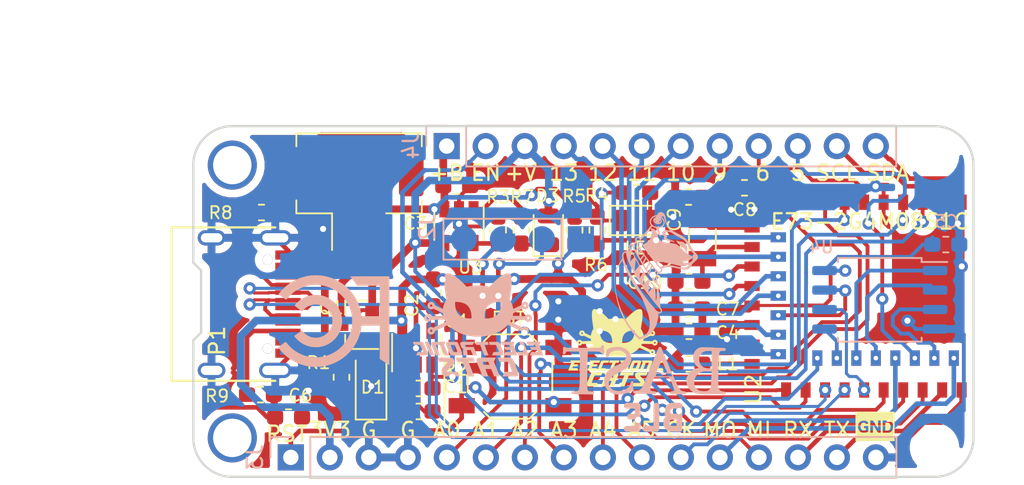
<source format=kicad_pcb>
(kicad_pcb (version 20171130) (host pcbnew "(5.1.5)-3")
  (title_block (title Bast-BLE) (date 2020-05-20) (rev v1.0) (company "Electronic Cats") (comment 1 "Eduardo Contreras"))
  (layers (0 F.Cu signal) (31 B.Cu signal) (34 B.Paste user) (35 F.Paste user) (36 B.SilkS user) (37 F.SilkS user) (38 B.Mask user) (39 F.Mask user) (44 Edge.Cuts user))
  (net 0 "")
  (net 1 +BATT)
  (net 2 GND)
  (net 3 VBUS)
  (net 4 /TX)
  (net 5 /RX)
  (net 6 /MISO)
  (net 7 /MOSI)
  (net 8 /SCK)
  (net 9 /A5)
  (net 10 /A4)
  (net 11 /A3)
  (net 12 /A2)
  (net 13 /A1)
  (net 14 /A0)
  (net 15 +3V3)
  (net 16 /SDA)
  (net 17 /SCL)
  (net 18 /EN)
  (net 19 "Net-(C1-Pad1)")
  (net 20 /AREF)
  (net 21 "Net-(D2-Pad2)")
  (net 22 "Net-(D3-Pad1)")
  (net 23 "Net-(R3-Pad1)")
  (net 24 /LED)
  (net 25 /VBAT)
  (net 26 "Net-(R7-Pad2)")
  (net 27 "Net-(P1-PadA5)")
  (net 28 "Net-(P1-PadB5)")
  (net 29 "Net-(U1-Pad4)")
  (net 30 /QSPI_DATA3)
  (net 31 /QSPI_SCK)
  (net 32 /QSPI_DATA0)
  (net 33 /QSPI_DATA2)
  (net 34 /QSPI_DATA1)
  (net 35 /QSPI_CS)
  (net 36 /D5)
  (net 37 /D+)
  (net 38 /D6)
  (net 39 /D10)
  (net 40 /SWCLK)
  (net 41 /SWDIO)
  (net 42 /D-)
  (net 43 /RST)
  (net 44 /D13)
  (net 45 "Net-(L1-Pad2)")
  (net 46 /D11)
  (net 47 /D9)
  (net 48 /D12)
  (net 49 "Net-(C9-Pad1)")
  (net 50 "Net-(C10-Pad1)")
  (module Aesthetics:electronic_cats_logo_4x3 (layer F.Cu) (at 154.6 95.725)
    (fp_text reference G*** hide)
    (fp_text value LOGO hide)
  )
  (module Aesthetics:GND (layer F.Cu) (at 171.375 100.85)
    (fp_text reference G*** hide)
    (fp_text value LOGO hide)
  )
  (module Symbol:FCC-Logo_7.3x6mm_SilkScreen (layer B.Cu) (at 136.144 93.98 180)
    (fp_text reference REF** hide)
    (fp_text value FCC-Logo_7.3x6mm_SilkScreen hide)
  )
  (module Capacitor_SMD:C_0603_1608Metric_Pad1.05x0.95mm_HandSolder (layer F.Cu) (at 162.89 85.3 180)
    (fp_text reference C8 (at -0.01 -1.425 180) (layer F.SilkS) (effects (font (size 0.8 0.8) (thickness 0.12))))
    (fp_text value 0.1uF)
    (pad 1 smd roundrect (at -0.875 0 180) (size 1.05 0.95) (layers F.Cu F.Paste F.Mask) (net 20 /AREF))
    (pad 2 smd roundrect (at 0.875 0 180) (size 1.05 0.95) (layers F.Cu F.Paste F.Mask) (net 2 GND))
  )
  (module Connector_PinHeader_2.54mm:PinHeader_1x12_P2.54mm_Vertical (layer B.Cu) (at 143.5 82.58 270)
    (fp_text reference J4 (at 0 2.33 270) (layer B.SilkS) (effects (justify mirror)))
    (fp_text value Conn_right)
    (pad 1 thru_hole rect (at 0 0 270) (size 1.7 1.7) (drill 1) (layers *.Cu *.Mask) (net 1 +BATT))
    (pad 2 thru_hole oval (at 0 -2.54 270) (size 1.7 1.7) (drill 1) (layers *.Cu *.Mask) (net 18 /EN))
    (pad 3 thru_hole oval (at 0 -5.08 270) (size 1.7 1.7) (drill 1) (layers *.Cu *.Mask) (net 3 VBUS))
    (pad 4 thru_hole oval (at 0 -7.62 270) (size 1.7 1.7) (drill 1) (layers *.Cu *.Mask) (net 44 /D13))
    (pad 5 thru_hole oval (at 0 -10.16 270) (size 1.7 1.7) (drill 1) (layers *.Cu *.Mask) (net 48 /D12))
    (pad 6 thru_hole oval (at 0 -12.7 270) (size 1.7 1.7) (drill 1) (layers *.Cu *.Mask) (net 46 /D11))
    (pad 7 thru_hole oval (at 0 -15.24 270) (size 1.7 1.7) (drill 1) (layers *.Cu *.Mask) (net 39 /D10))
    (pad 8 thru_hole oval (at 0 -17.78 270) (size 1.7 1.7) (drill 1) (layers *.Cu *.Mask) (net 47 /D9))
    (pad 9 thru_hole oval (at 0 -20.32 270) (size 1.7 1.7) (drill 1) (layers *.Cu *.Mask) (net 38 /D6))
    (pad 10 thru_hole oval (at 0 -22.86 270) (size 1.7 1.7) (drill 1) (layers *.Cu *.Mask) (net 36 /D5))
    (pad 11 thru_hole oval (at 0 -25.4 270) (size 1.7 1.7) (drill 1) (layers *.Cu *.Mask) (net 17 /SCL))
    (pad 12 thru_hole oval (at 0 -27.94 270) (size 1.7 1.7) (drill 1) (layers *.Cu *.Mask) (net 16 /SDA))
  )
  (module Package_TO_SOT_SMD:SOT-23-5 (layer F.Cu) (at 144.3 87.8 270)
    (fp_text reference U3 (at 2.675 -0.75) (layer F.SilkS) (effects (font (size 0.8 0.8) (thickness 0.12))))
    (fp_text value MCP73831-2-OT)
    (pad 5 smd rect (at 1.1 -0.95 270) (size 1.06 0.65) (layers F.Cu F.Paste F.Mask) (net 23 "Net-(R3-Pad1)"))
    (pad 4 smd rect (at 1.1 0.95 270) (size 1.06 0.65) (layers F.Cu F.Paste F.Mask) (net 3 VBUS))
    (pad 3 smd rect (at -1.1 0.95 270) (size 1.06 0.65) (layers F.Cu F.Paste F.Mask) (net 1 +BATT))
    (pad 2 smd rect (at -1.1 0 270) (size 1.06 0.65) (layers F.Cu F.Paste F.Mask) (net 2 GND))
    (pad 1 smd rect (at -1.1 -0.95 270) (size 1.06 0.65) (layers F.Cu F.Paste F.Mask) (net 26 "Net-(R7-Pad2)"))
  )
  (module Resistor_SMD:R_0603_1608Metric_Pad1.05x0.95mm_HandSolder (layer F.Cu) (at 141.7 98.375)
    (fp_text reference R2 (at 2.375 -1.25) (layer F.SilkS) (effects (font (size 0.8 0.8) (thickness 0.12))))
    (fp_text value 100K)
    (pad 1 smd roundrect (at -0.875 0) (size 1.05 0.95) (layers F.Cu F.Paste F.Mask) (net 19 "Net-(C1-Pad1)"))
    (pad 2 smd roundrect (at 0.875 0) (size 1.05 0.95) (layers F.Cu F.Paste F.Mask) (net 18 /EN))
  )
  (module Button_Switch_SMD:SW_SPST_TL3342 (layer F.Cu) (at 147.625 97.6)
    (fp_text reference RST (at -0.1 -3.8) (layer F.SilkS) (effects (font (size 0.8 0.8) (thickness 0.12))))
    (fp_text value RESET)
    (pad 1 smd rect (at -3.15 -1.9) (size 1.7 1) (layers F.Cu F.Paste F.Mask) (net 2 GND))
    (pad 1 smd rect (at 3.15 -1.9) (size 1.7 1) (layers F.Cu F.Paste F.Mask) (net 2 GND))
    (pad 2 smd rect (at -3.15 1.9) (size 1.7 1) (layers F.Cu F.Paste F.Mask) (net 43 /RST))
    (pad 2 smd rect (at 3.15 1.9) (size 1.7 1) (layers F.Cu F.Paste F.Mask) (net 43 /RST))
  )
  (module Connectors_ElectronicCats:C393939 (layer F.Cu) (at 132.34 92.88 270)
    (fp_text reference P1 (at 2.395 3.79 90) (layer F.SilkS))
    (fp_text value USB_C_Plug_USB2.0)
    (pad B5 smd rect (at 1.75 -0.825 270) (size 0.3 1.65) (layers F.Cu F.Paste F.Mask) (net 28 "Net-(P1-PadB5)"))
    (pad B8 smd rect (at 1.25 -0.825 270) (size 0.3 1.65) (layers F.Cu F.Paste F.Mask))
    (pad A6 smd rect (at 0.75 -0.825 270) (size 0.3 1.65) (layers F.Cu F.Paste F.Mask) (net 37 /D+))
    (pad A7 smd rect (at 0.25 -0.825 270) (size 0.3 1.65) (layers F.Cu F.Paste F.Mask) (net 42 /D-))
    (pad A6 smd rect (at -0.25 -0.825 270) (size 0.3 1.65) (layers F.Cu F.Paste F.Mask) (net 37 /D+))
    (pad A7 smd rect (at -0.75 -0.825 270) (size 0.3 1.65) (layers F.Cu F.Paste F.Mask) (net 42 /D-))
    (pad A5 smd rect (at -1.25 -0.825 270) (size 0.3 1.65) (layers F.Cu F.Paste F.Mask) (net 27 "Net-(P1-PadA5)"))
    (pad A8 smd rect (at -1.75 -0.825 270) (size 0.3 1.65) (layers F.Cu F.Paste F.Mask))
    (pad A4 smd rect (at 2.4 -0.825 270) (size 0.6 1.65) (layers F.Cu F.Paste F.Mask) (net 3 VBUS))
    (pad A4 smd rect (at -2.4 -0.825 270) (size 0.6 1.65) (layers F.Cu F.Paste F.Mask) (net 3 VBUS))
    (pad A1 smd rect (at 3.2 -0.825 270) (size 0.6 1.65) (layers F.Cu F.Paste F.Mask) (net 2 GND))
    (pad A1 smd rect (at -3.2 -0.825 270) (size 0.6 1.65) (layers F.Cu F.Paste F.Mask) (net 2 GND))
    (pad "" thru_hole circle (at 2.89 0.5 270) (size 0.65 0.65) (drill 0.65) (layers *.Cu *.Mask))
    (pad "" thru_hole circle (at -2.89 0.5 270) (size 0.65 0.65) (drill 0.65) (layers *.Cu *.Mask))
    (pad S1 thru_hole oval (at 4.32 4.15 270) (size 1 1.8) (drill oval 0.6 1.4) (layers *.Cu *.Mask) (net 2 GND))
    (pad S1 thru_hole oval (at -4.32 4.15 270) (size 1 1.8) (drill oval 0.6 1.4) (layers *.Cu *.Mask) (net 2 GND))
    (pad S1 thru_hole oval (at 4.32 0 270) (size 1 2.1) (drill oval 0.6 1.7) (layers *.Cu *.Mask) (net 2 GND))
    (pad S1 thru_hole oval (at -4.32 0 270) (size 1 2.1) (drill oval 0.6 1.7) (layers *.Cu *.Mask) (net 2 GND))
  )
  (module Aesthetics:bast_8x8 (layer B.Cu) (at 156.36 92.73 180)
    (fp_text reference G*** hide)
    (fp_text value LOGO hide)
  )
  (module Aesthetics:electronic_cats_logo_8x6 (layer B.Cu) (at 145.542 94.234 180)
    (fp_text reference G*** hide)
    (fp_text value LOGO hide)
  )
  (module Rf:E73-2G4M08S1C-52840 (layer F.Cu) (at 163 92.36)
    (fp_text reference U2 (at 0.47 6.08 270) (layer F.SilkS))
    (fp_text value E73-2G4M08S1C)
    (fp_text user E73-2G4M08S1C (at 8.05 -4.86 180) (layer F.SilkS))
    (pad 28 thru_hole rect (at 4.632 4.041) (size 0.65 1) (drill 0.3) (layers *.Cu *.Mask) (net 6 /MISO))
    (pad 10 smd rect (at 2.6 -6.119) (size 0.65 1) (layers F.Cu F.Paste F.Mask) (net 10 /A4))
    (pad 9 smd rect (at 3.87 -6.119) (size 0.65 1) (layers F.Cu F.Paste F.Mask) (net 20 /AREF))
    (pad 8 smd rect (at 5.14 -6.119) (size 0.65 1) (layers F.Cu F.Paste F.Mask) (net 9 /A5))
    (pad 7 smd rect (at 6.41 -6.119) (size 0.65 1) (layers F.Cu F.Paste F.Mask) (net 14 /A0))
    (pad 6 smd rect (at 7.68 -6.119) (size 0.65 1) (layers F.Cu F.Paste F.Mask) (net 38 /D6))
    (pad 5 smd rect (at 8.95 -6.119) (size 0.65 1) (layers F.Cu F.Paste F.Mask) (net 2 GND))
    (pad 4 smd rect (at 10.22 -6.119) (size 0.65 1) (layers F.Cu F.Paste F.Mask) (net 13 /A1))
    (pad 3 smd rect (at 11.49 -6.119) (size 0.65 1) (layers F.Cu F.Paste F.Mask) (net 11 /A3))
    (pad 2 smd rect (at 12.76 -6.119) (size 0.65 1) (layers F.Cu F.Paste F.Mask) (net 17 /SCL))
    (pad 1 smd rect (at 14.03 -6.119) (size 0.65 1) (layers F.Cu F.Paste F.Mask) (net 16 /SDA))
    (pad 31 smd rect (at 6.41 6.119) (size 0.65 1) (layers F.Cu F.Paste F.Mask) (net 37 /D+))
    (pad 43 smd rect (at 14.03 6.119) (size 0.65 1) (layers F.Cu F.Paste F.Mask) (net 4 /TX))
    (pad 33 smd rect (at 7.68 6.119) (size 0.65 1) (layers F.Cu F.Paste F.Mask) (net 31 /QSPI_SCK))
    (pad 41 smd rect (at 12.76 6.119) (size 0.65 1) (layers F.Cu F.Paste F.Mask) (net 5 /RX))
    (pad 39 smd rect (at 11.49 6.119) (size 0.65 1) (layers F.Cu F.Paste F.Mask) (net 40 /SWCLK))
    (pad 37 smd rect (at 10.22 6.119) (size 0.65 1) (layers F.Cu F.Paste F.Mask) (net 41 /SWDIO))
    (pad 29 smd rect (at 5.14 6.119) (size 0.65 1) (layers F.Cu F.Paste F.Mask) (net 42 /D-))
    (pad 35 smd rect (at 8.95 6.119) (size 0.65 1) (layers F.Cu F.Paste F.Mask) (net 24 /LED))
    (pad 27 smd rect (at 3.87 6.119) (size 0.65 1) (layers F.Cu F.Paste F.Mask) (net 3 VBUS))
    (pad 26 smd rect (at 2.6 6.119) (size 0.65 1) (layers F.Cu F.Paste F.Mask) (net 43 /RST))
    (pad 23 smd rect (at 0.381 3.15 90) (size 0.65 1) (layers F.Cu F.Paste F.Mask) (net 15 +3V3))
    (pad 11 smd rect (at 0.381 -4.47 90) (size 0.65 1) (layers F.Cu F.Paste F.Mask) (net 49 "Net-(C9-Pad1)"))
    (pad 21 smd rect (at 0.381 1.88 90) (size 0.65 1) (layers F.Cu F.Paste F.Mask) (net 2 GND))
    (pad 13 smd rect (at 0.381 -3.2 90) (size 0.65 1) (layers F.Cu F.Paste F.Mask) (net 50 "Net-(C10-Pad1)"))
    (pad 15 smd rect (at 0.381 -1.93 90) (size 0.65 1) (layers F.Cu F.Paste F.Mask) (net 12 /A2))
    (pad 17 smd rect (at 0.381 -0.66 90) (size 0.65 1) (layers F.Cu F.Paste F.Mask) (net 39 /D10))
    (pad 25 smd rect (at 0.381 4.42 90) (size 0.65 1) (layers F.Cu F.Paste F.Mask) (net 45 "Net-(L1-Pad2)"))
    (pad 19 smd rect (at 0.381 0.61 90) (size 0.65 1) (layers F.Cu F.Paste F.Mask) (net 15 +3V3))
    (pad 30 thru_hole rect (at 5.902 4.041) (size 0.65 1) (drill 0.3) (layers *.Cu *.Mask) (net 32 /QSPI_DATA0) (clearance 0.1))
    (pad 32 thru_hole rect (at 7.172 4.041) (size 0.65 1) (drill 0.3) (layers *.Cu *.Mask) (net 35 /QSPI_CS) (clearance 0.1))
    (pad 34 thru_hole rect (at 8.442 4.041) (size 0.65 1) (drill 0.3) (layers *.Cu *.Mask) (net 34 /QSPI_DATA1))
    (pad 36 thru_hole rect (at 9.712 4.041) (size 0.65 1) (drill 0.3) (layers *.Cu *.Mask) (net 8 /SCK))
    (pad 38 thru_hole rect (at 10.982 4.041) (size 0.65 1) (drill 0.3) (layers *.Cu *.Mask) (net 36 /D5))
    (pad 40 thru_hole rect (at 12.252 4.041) (size 0.65 1) (drill 0.3) (layers *.Cu *.Mask) (net 33 /QSPI_DATA2))
    (pad 42 thru_hole rect (at 13.522 4.041) (size 0.65 1) (drill 0.3) (layers *.Cu *.Mask) (net 7 /MOSI))
    (pad 14 thru_hole rect (at 2.092 -2.563 90) (size 0.65 1) (drill 0.3) (layers *.Cu *.Mask) (net 47 /D9))
    (pad 12 thru_hole rect (at 2.092 -3.833 90) (size 0.65 1) (drill 0.3) (layers *.Cu *.Mask) (net 25 /VBAT))
    (pad 20 thru_hole rect (at 2.092 1.247 90) (size 0.65 1) (drill 0.3) (layers *.Cu *.Mask) (net 30 /QSPI_DATA3) (clearance 0.1))
    (pad 16 thru_hole rect (at 2.092 -1.293 90) (size 0.65 1) (drill 0.3) (layers *.Cu *.Mask) (net 46 /D11))
    (pad 22 thru_hole rect (at 2.092 2.517 90) (size 0.65 1) (drill 0.3) (layers *.Cu *.Mask) (net 44 /D13))
    (pad 24 thru_hole rect (at 2.092 3.787 90) (size 0.65 1) (drill 0.3) (layers *.Cu *.Mask) (net 2 GND))
    (pad 18 thru_hole rect (at 2.092 -0.023 90) (size 0.65 1) (drill 0.3) (layers *.Cu *.Mask) (net 48 /D12) (clearance 0.1))
  )
  (module Connector_JST:JST_PH_B2B-PH-SM4-TB_1x02-1MP_P2.00mm_Vertical (layer F.Cu) (at 137.795 86.106)
    (fp_text reference J1 hide)
    (fp_text value Conn_Battery hide)
    (pad MP smd roundrect (at 3.4 -1.75) (size 1.6 3) (layers F.Cu F.Paste F.Mask) (roundrect_rratio 0.15625))
    (pad MP smd roundrect (at -3.4 -1.75) (size 1.6 3) (layers F.Cu F.Paste F.Mask) (roundrect_rratio 0.15625))
    (pad 2 smd roundrect (at 1 0.5) (size 1 5.5) (layers F.Cu F.Paste F.Mask) (net 1 +BATT))
    (pad 1 smd roundrect (at -1 0.5) (size 1 5.5) (layers F.Cu F.Paste F.Mask) (net 2 GND))
  )
  (module MountingHole:MountingHole_2.5mm_Pad (layer F.Cu) (at 129.54 83.82)
    (fp_text reference REF** hide)
    (fp_text value MountingHole_2.5mm_Pad hide)
    (pad "" thru_hole circle (at 0 0) (size 3.2 3.2) (drill 2.5) (layers *.Cu *.Mask))
  )
  (module MountingHole:MountingHole_2.5mm_Pad (layer F.Cu) (at 129.54 101.6)
    (fp_text reference REF** hide)
    (fp_text value MountingHole_2.5mm_Pad hide)
    (pad "" thru_hole circle (at 0 0) (size 3.2 3.2) (drill 2.5) (layers *.Cu *.Mask))
  )
  (module MountingHole:MountingHole_2.2mm_M2 (layer F.Cu) (at 175.26 102.235)
    (fp_text reference REF** hide)
    (fp_text value MountingHole_2.2mm_M2 hide)
    (pad 1 np_thru_hole circle (at 0 0) (size 2.2 2.2) (drill 2.2) (layers *.Cu *.Mask))
  )
  (module MountingHole:MountingHole_2.2mm_M2 (layer F.Cu) (at 175.26 83.185)
    (fp_text reference REF** hide)
    (fp_text value MountingHole_2.2mm_M2 hide)
    (pad 1 np_thru_hole circle (at 0 0) (size 2.2 2.2) (drill 2.2) (layers *.Cu *.Mask))
  )
  (module Connector_PinHeader_2.54mm:PinHeader_1x16_P2.54mm_Vertical (layer B.Cu) (at 133.35 102.87 270)
    (fp_text reference J3 (at 0 2.33 270) (layer B.SilkS) (effects (justify mirror)))
    (fp_text value Conn_left)
    (pad 1 thru_hole rect (at 0 0 270) (size 1.7 1.7) (drill 1) (layers *.Cu *.Mask) (net 43 /RST))
    (pad 2 thru_hole oval (at 0 -2.54 270) (size 1.7 1.7) (drill 1) (layers *.Cu *.Mask) (net 15 +3V3))
    (pad 3 thru_hole oval (at 0 -5.08 270) (size 1.7 1.7) (drill 1) (layers *.Cu *.Mask) (net 2 GND))
    (pad 4 thru_hole oval (at 0 -7.62 270) (size 1.7 1.7) (drill 1) (layers *.Cu *.Mask) (net 2 GND))
    (pad 5 thru_hole oval (at 0 -10.16 270) (size 1.7 1.7) (drill 1) (layers *.Cu *.Mask) (net 14 /A0))
    (pad 6 thru_hole oval (at 0 -12.7 270) (size 1.7 1.7) (drill 1) (layers *.Cu *.Mask) (net 13 /A1))
    (pad 7 thru_hole oval (at 0 -15.24 270) (size 1.7 1.7) (drill 1) (layers *.Cu *.Mask) (net 12 /A2))
    (pad 8 thru_hole oval (at 0 -17.78 270) (size 1.7 1.7) (drill 1) (layers *.Cu *.Mask) (net 11 /A3))
    (pad 9 thru_hole oval (at 0 -20.32 270) (size 1.7 1.7) (drill 1) (layers *.Cu *.Mask) (net 10 /A4))
    (pad 10 thru_hole oval (at 0 -22.86 270) (size 1.7 1.7) (drill 1) (layers *.Cu *.Mask) (net 9 /A5))
    (pad 11 thru_hole oval (at 0 -25.4 270) (size 1.7 1.7) (drill 1) (layers *.Cu *.Mask) (net 8 /SCK))
    (pad 12 thru_hole oval (at 0 -27.94 270) (size 1.7 1.7) (drill 1) (layers *.Cu *.Mask) (net 7 /MOSI))
    (pad 13 thru_hole oval (at 0 -30.48 270) (size 1.7 1.7) (drill 1) (layers *.Cu *.Mask) (net 6 /MISO))
    (pad 14 thru_hole oval (at 0 -33.02 270) (size 1.7 1.7) (drill 1) (layers *.Cu *.Mask) (net 5 /RX))
    (pad 15 thru_hole oval (at 0 -35.56 270) (size 1.7 1.7) (drill 1) (layers *.Cu *.Mask) (net 4 /TX))
    (pad 16 thru_hole oval (at 0 -38.1 270) (size 1.7 1.7) (drill 1) (layers *.Cu *.Mask) (net 2 GND))
  )
  (module Capacitor_SMD:C_0603_1608Metric_Pad1.05x0.95mm_HandSolder (layer F.Cu) (at 141.7 99.875)
    (fp_text reference C1 (at 2.375 -1.6) (layer F.SilkS) (effects (font (size 0.8 0.8) (thickness 0.12))))
    (fp_text value 10uF)
    (pad 2 smd roundrect (at 0.875 0) (size 1.05 0.95) (layers F.Cu F.Paste F.Mask) (net 2 GND))
    (pad 1 smd roundrect (at -0.875 0) (size 1.05 0.95) (layers F.Cu F.Paste F.Mask) (net 19 "Net-(C1-Pad1)"))
  )
  (module Capacitor_SMD:C_0603_1608Metric_Pad1.05x0.95mm_HandSolder (layer F.Cu) (at 142.63 92.145 270)
    (fp_text reference C2 (at 0.819 1.406 90) (layer F.SilkS) (effects (font (size 0.8 0.8) (thickness 0.12))))
    (fp_text value 10uF)
    (pad 2 smd roundrect (at 0.875 0 270) (size 1.05 0.95) (layers F.Cu F.Paste F.Mask) (net 2 GND))
    (pad 1 smd roundrect (at -0.875 0 270) (size 1.05 0.95) (layers F.Cu F.Paste F.Mask) (net 15 +3V3))
  )
  (module Capacitor_SMD:C_0603_1608Metric_Pad1.05x0.95mm_HandSolder (layer F.Cu) (at 144.15 85.175 180)
    (fp_text reference C3 (at 2.675 -2.45) (layer F.SilkS) (effects (font (size 0.8 0.8) (thickness 0.12))))
    (fp_text value 10uF)
    (pad 1 smd roundrect (at -0.875 0 180) (size 1.05 0.95) (layers F.Cu F.Paste F.Mask) (net 2 GND))
    (pad 2 smd roundrect (at 0.875 0 180) (size 1.05 0.95) (layers F.Cu F.Paste F.Mask) (net 1 +BATT))
  )
  (module Capacitor_SMD:C_0603_1608Metric_Pad1.05x0.95mm_HandSolder (layer F.Cu) (at 159.275 94.65 180)
    (fp_text reference C4 (at -2.523 -0.092) (layer F.SilkS) (effects (font (size 0.8 0.8) (thickness 0.12))))
    (fp_text value 0.1uF)
    (pad 1 smd roundrect (at -0.875 0 180) (size 1.05 0.95) (layers F.Cu F.Paste F.Mask) (net 15 +3V3))
    (pad 2 smd roundrect (at 0.875 0 180) (size 1.05 0.95) (layers F.Cu F.Paste F.Mask) (net 2 GND))
  )
  (module Capacitor_SMD:C_0603_1608Metric_Pad1.05x0.95mm_HandSolder (layer B.Cu) (at 176 89)
    (fp_text reference C5 (at 0.045 -1.5 -180) (layer B.SilkS) (effects (font (size 0.8 0.8) (thickness 0.12)) (justify mirror)))
    (fp_text value 0.1uF)
    (pad 2 smd roundrect (at 0.875 0) (size 1.05 0.95) (layers B.Cu B.Paste B.Mask) (net 2 GND))
    (pad 1 smd roundrect (at -0.875 0) (size 1.05 0.95) (layers B.Cu B.Paste B.Mask) (net 15 +3V3))
  )
  (module Capacitor_SMD:C_0603_1608Metric_Pad1.05x0.95mm_HandSolder (layer F.Cu) (at 133.205 100.25 180)
    (fp_text reference C6 (at -0.77 1.425 180) (layer F.SilkS) (effects (font (size 0.8 0.8) (thickness 0.12))))
    (fp_text value 0.1uF)
    (pad 2 smd roundrect (at 0.875 0 180) (size 1.05 0.95) (layers F.Cu F.Paste F.Mask) (net 2 GND))
    (pad 1 smd roundrect (at -0.875 0 180) (size 1.05 0.95) (layers F.Cu F.Paste F.Mask) (net 3 VBUS))
  )
  (module Capacitor_SMD:C_0603_1608Metric_Pad1.05x0.95mm_HandSolder (layer F.Cu) (at 159.275 93.175 180)
    (fp_text reference C7 (at -2.523 -0.03) (layer F.SilkS) (effects (font (size 0.8 0.8) (thickness 0.12))))
    (fp_text value 0.1uF)
    (pad 2 smd roundrect (at 0.875 0 180) (size 1.05 0.95) (layers F.Cu F.Paste F.Mask) (net 2 GND))
    (pad 1 smd roundrect (at -0.875 0 180) (size 1.05 0.95) (layers F.Cu F.Paste F.Mask) (net 15 +3V3))
  )
  (module Capacitor_SMD:C_0603_1608Metric_Pad1.05x0.95mm_HandSolder (layer F.Cu) (at 159.25 85.9 180)
    (fp_text reference C9 (at 0.925 -1.475 90) (layer F.SilkS) (effects (font (size 0.8 0.8) (thickness 0.12))))
    (fp_text value 22pF)
    (pad 2 smd roundrect (at 0.875 0 180) (size 1.05 0.95) (layers F.Cu F.Paste F.Mask) (net 2 GND))
    (pad 1 smd roundrect (at -0.875 0 180) (size 1.05 0.95) (layers F.Cu F.Paste F.Mask) (net 49 "Net-(C9-Pad1)"))
  )
  (module Capacitor_SMD:C_0603_1608Metric_Pad1.05x0.95mm_HandSolder (layer F.Cu) (at 159.275 91.41 180)
    (fp_text reference C10 (at 2.865 -0.06) (layer F.SilkS) (effects (font (size 0.8 0.8) (thickness 0.12))))
    (fp_text value 22pF)
    (pad 1 smd roundrect (at -0.875 0 180) (size 1.05 0.95) (layers F.Cu F.Paste F.Mask) (net 50 "Net-(C10-Pad1)"))
    (pad 2 smd roundrect (at 0.875 0 180) (size 1.05 0.95) (layers F.Cu F.Paste F.Mask) (net 2 GND))
  )
  (module Diode_SMD:D_SOD-123F (layer F.Cu) (at 138.575 98.205 90)
    (fp_text reference D1 (at -0.093 0.109 180) (layer F.SilkS) (effects (font (size 0.8 0.8) (thickness 0.12))))
    (fp_text value MBR120)
    (pad 1 smd rect (at -1.4 0 90) (size 1.1 1.1) (layers F.Cu F.Paste F.Mask) (net 19 "Net-(C1-Pad1)"))
    (pad 2 smd rect (at 1.4 0 90) (size 1.1 1.1) (layers F.Cu F.Paste F.Mask) (net 3 VBUS))
  )
  (module LED_SMD:LED_0805_2012Metric (layer F.Cu) (at 155.8 87.43)
    (fp_text reference D2)
    (fp_text value LED (at 0.375 1.795) (layer F.SilkS) (effects (font (size 0.8 0.8) (thickness 0.12))))
    (pad 1 smd roundrect (at -0.9375 0) (size 0.975 1.4) (layers F.Cu F.Paste F.Mask) (net 2 GND))
    (pad 2 smd roundrect (at 0.9375 0) (size 0.975 1.4) (layers F.Cu F.Paste F.Mask) (net 21 "Net-(D2-Pad2)"))
  )
  (module LED_SMD:LED_0805_2012Metric (layer F.Cu) (at 150.12 88.07 90)
    (fp_text reference D3 (at 2.245 -0.045 180) (layer F.SilkS) (effects (font (size 0.8 0.8) (thickness 0.12))))
    (fp_text value LED)
    (pad 2 smd roundrect (at 0.9375 0 90) (size 0.975 1.4) (layers F.Cu F.Paste F.Mask) (net 3 VBUS))
    (pad 1 smd roundrect (at -0.9375 0 90) (size 0.975 1.4) (layers F.Cu F.Paste F.Mask) (net 22 "Net-(D3-Pad1)"))
  )
  (module Connector_PinSocket_2.54mm:PinSocket_1x04_P2.54mm_Vertical (layer B.Cu) (at 152.24 88.65 90)
    (fp_text reference J2 (at 0.766 -10 90) (layer B.SilkS) (effects (justify mirror)))
    (fp_text value SWD)
    (pad 1 smd rect (at 0 0 90) (size 1.7 1.7) (layers B.Cu B.Paste B.Mask) (net 15 +3V3))
    (pad 2 smd oval (at 0 -2.54 90) (size 1.7 1.7) (layers B.Cu B.Paste B.Mask) (net 41 /SWDIO))
    (pad 3 smd oval (at 0 -5.08 90) (size 1.7 1.7) (layers B.Cu B.Paste B.Mask) (net 40 /SWCLK))
    (pad 4 smd oval (at 0 -7.62 90) (size 1.7 1.7) (layers B.Cu B.Paste B.Mask) (net 2 GND))
  )
  (module Inductor_SMD:L_0603_1608Metric_Pad1.05x0.95mm_HandSolder (layer F.Cu) (at 159.275 96.775)
    (fp_text reference L1 (at 2.523 -0.001) (layer F.SilkS) (effects (font (size 0.8 0.8) (thickness 0.12))))
    (fp_text value 10uH)
    (pad 1 smd roundrect (at -0.875 0) (size 1.05 0.95) (layers F.Cu F.Paste F.Mask) (net 15 +3V3))
    (pad 2 smd roundrect (at 0.875 0) (size 1.05 0.95) (layers F.Cu F.Paste F.Mask) (net 45 "Net-(L1-Pad2)"))
  )
  (module Package_TO_SOT_SMD:SOT-23 (layer F.Cu) (at 137.65 94.225 180)
    (fp_text reference Q1 (at 1.675 1.1) (layer F.SilkS) (effects (font (size 0.8 0.8) (thickness 0.12))))
    (fp_text value DMG3415U-7)
    (pad 1 smd rect (at -1 -0.95 180) (size 0.9 0.8) (layers F.Cu F.Paste F.Mask) (net 19 "Net-(C1-Pad1)"))
    (pad 2 smd rect (at -1 0.95 180) (size 0.9 0.8) (layers F.Cu F.Paste F.Mask) (net 3 VBUS))
    (pad 3 smd rect (at 1 0 180) (size 0.9 0.8) (layers F.Cu F.Paste F.Mask) (net 1 +BATT))
  )
  (module Resistor_SMD:R_0603_1608Metric_Pad1.05x0.95mm_HandSolder (layer F.Cu) (at 136.65 97.65 270)
    (fp_text reference R1 (at -0.95 1.5) (layer F.SilkS) (effects (font (size 0.8 0.8) (thickness 0.12))))
    (fp_text value 100K)
    (pad 2 smd roundrect (at 0.875 0 270) (size 1.05 0.95) (layers F.Cu F.Paste F.Mask) (net 2 GND))
    (pad 1 smd roundrect (at -0.875 0 270) (size 1.05 0.95) (layers F.Cu F.Paste F.Mask) (net 3 VBUS))
  )
  (module Resistor_SMD:R_0603_1608Metric_Pad1.05x0.95mm_HandSolder (layer F.Cu) (at 146.85 88.05 90)
    (fp_text reference R3 (at 2.15 0 180) (layer F.SilkS) (effects (font (size 0.8 0.8) (thickness 0.12))))
    (fp_text value 4K7)
    (pad 2 smd roundrect (at 0.875 0 90) (size 1.05 0.95) (layers F.Cu F.Paste F.Mask) (net 2 GND))
    (pad 1 smd roundrect (at -0.875 0 90) (size 1.05 0.95) (layers F.Cu F.Paste F.Mask) (net 23 "Net-(R3-Pad1)"))
  )
  (module Resistor_SMD:R_0603_1608Metric_Pad1.05x0.95mm_HandSolder (layer F.Cu) (at 155.874 85.614)
    (fp_text reference R4 (at -2.599 0.186) (layer F.SilkS) (effects (font (size 0.8 0.8) (thickness 0.12))))
    (fp_text value 1K)
    (pad 2 smd roundrect (at 0.875 0) (size 1.05 0.95) (layers F.Cu F.Paste F.Mask) (net 21 "Net-(D2-Pad2)"))
    (pad 1 smd roundrect (at -0.875 0) (size 1.05 0.95) (layers F.Cu F.Paste F.Mask) (net 24 /LED))
  )
  (module Resistor_SMD:R_0603_1608Metric_Pad1.05x0.95mm_HandSolder (layer F.Cu) (at 151.83 88.06 270)
    (fp_text reference R5 (at -2.21 0.03 180) (layer F.SilkS) (effects (font (size 0.8 0.8) (thickness 0.12))))
    (fp_text value 100K)
    (pad 1 smd roundrect (at -0.875 0 270) (size 1.05 0.95) (layers F.Cu F.Paste F.Mask) (net 1 +BATT))
    (pad 2 smd roundrect (at 0.875 0 270) (size 1.05 0.95) (layers F.Cu F.Paste F.Mask) (net 25 /VBAT))
  )
  (module Resistor_SMD:R_0603_1608Metric_Pad1.05x0.95mm_HandSolder (layer F.Cu) (at 153.305 88.06 90)
    (fp_text reference R6 (at -2.265 -0.08 180) (layer F.SilkS) (effects (font (size 0.8 0.8) (thickness 0.12))))
    (fp_text value 100K)
    (pad 2 smd roundrect (at 0.875 0 90) (size 1.05 0.95) (layers F.Cu F.Paste F.Mask) (net 2 GND))
    (pad 1 smd roundrect (at -0.875 0 90) (size 1.05 0.95) (layers F.Cu F.Paste F.Mask) (net 25 /VBAT))
  )
  (module Resistor_SMD:R_0603_1608Metric_Pad1.05x0.95mm_HandSolder (layer F.Cu) (at 148.36 88.055 90)
    (fp_text reference R7 (at 2.155 0.04) (layer F.SilkS) (effects (font (size 0.8 0.8) (thickness 0.12))))
    (fp_text value 1K)
    (pad 1 smd roundrect (at -0.875 0 90) (size 1.05 0.95) (layers F.Cu F.Paste F.Mask) (net 22 "Net-(D3-Pad1)"))
    (pad 2 smd roundrect (at 0.875 0 90) (size 1.05 0.95) (layers F.Cu F.Paste F.Mask) (net 26 "Net-(R7-Pad2)"))
  )
  (module Resistor_SMD:R_0603_1608Metric_Pad1.05x0.95mm_HandSolder (layer F.Cu) (at 131.44 86.91 180)
    (fp_text reference R8 (at 2.662 -0.02) (layer F.SilkS) (effects (font (size 0.8 0.8) (thickness 0.12))))
    (fp_text value 5K1)
    (pad 1 smd roundrect (at -0.875 0 180) (size 1.05 0.95) (layers F.Cu F.Paste F.Mask) (net 2 GND))
    (pad 2 smd roundrect (at 0.875 0 180) (size 1.05 0.95) (layers F.Cu F.Paste F.Mask) (net 27 "Net-(P1-PadA5)"))
  )
  (module Resistor_SMD:R_0603_1608Metric_Pad1.05x0.95mm_HandSolder (layer F.Cu) (at 131.375 98.78 180)
    (fp_text reference R9 (at 2.825 -0.095) (layer F.SilkS) (effects (font (size 0.8 0.8) (thickness 0.12))))
    (fp_text value 5K1)
    (pad 1 smd roundrect (at -0.875 0 180) (size 1.05 0.95) (layers F.Cu F.Paste F.Mask) (net 2 GND))
    (pad 2 smd roundrect (at 0.875 0 180) (size 1.05 0.95) (layers F.Cu F.Paste F.Mask) (net 28 "Net-(P1-PadB5)"))
  )
  (module Package_TO_SOT_SMD:SOT-23-5 (layer F.Cu) (at 141.555 95.725 90)
    (fp_text reference U1 (at 1.745 2.645 180) (layer F.SilkS) (effects (font (size 0.8 0.8) (thickness 0.12))))
    (fp_text value AP2112K-3.3)
    (pad 1 smd rect (at -1.1 -0.95 90) (size 1.06 0.65) (layers F.Cu F.Paste F.Mask) (net 19 "Net-(C1-Pad1)"))
    (pad 2 smd rect (at -1.1 0 90) (size 1.06 0.65) (layers F.Cu F.Paste F.Mask) (net 2 GND))
    (pad 3 smd rect (at -1.1 0.95 90) (size 1.06 0.65) (layers F.Cu F.Paste F.Mask) (net 18 /EN))
    (pad 4 smd rect (at 1.1 0.95 90) (size 1.06 0.65) (layers F.Cu F.Paste F.Mask) (net 29 "Net-(U1-Pad4)"))
    (pad 5 smd rect (at 1.1 -0.95 90) (size 1.06 0.65) (layers F.Cu F.Paste F.Mask) (net 15 +3V3))
  )
  (module Package_SO:SOIC-8_5.23x5.23mm_P1.27mm (layer B.Cu) (at 171.7 92.6 180)
    (fp_text reference U4 (at 3.806 3.446) (layer B.SilkS) (effects (font (size 0.8 0.8) (thickness 0.12)) (justify mirror)))
    (fp_text value W25Q32JVSS)
    (pad 1 smd roundrect (at -3.6 1.905 180) (size 1.6 0.6) (layers B.Cu B.Paste B.Mask) (net 35 /QSPI_CS))
    (pad 2 smd roundrect (at -3.6 0.635 180) (size 1.6 0.6) (layers B.Cu B.Paste B.Mask) (net 34 /QSPI_DATA1))
    (pad 3 smd roundrect (at -3.6 -0.635 180) (size 1.6 0.6) (layers B.Cu B.Paste B.Mask) (net 33 /QSPI_DATA2))
    (pad 4 smd roundrect (at -3.6 -1.905 180) (size 1.6 0.6) (layers B.Cu B.Paste B.Mask) (net 2 GND))
    (pad 5 smd roundrect (at 3.6 -1.905 180) (size 1.6 0.6) (layers B.Cu B.Paste B.Mask) (net 32 /QSPI_DATA0))
    (pad 6 smd roundrect (at 3.6 -0.635 180) (size 1.6 0.6) (layers B.Cu B.Paste B.Mask) (net 31 /QSPI_SCK))
    (pad 7 smd roundrect (at 3.6 0.635 180) (size 1.6 0.6) (layers B.Cu B.Paste B.Mask) (net 30 /QSPI_DATA3))
    (pad 8 smd roundrect (at 3.6 1.905 180) (size 1.6 0.6) (layers B.Cu B.Paste B.Mask) (net 15 +3V3))
  )
  (module Crystal:Crystal_SMD_3215-2Pin_3.2x1.5mm (layer F.Cu) (at 160.15 88.67 90)
    (fp_text reference Y1 (at -0.992 -1.78 270) (layer F.SilkS) (effects (font (size 0.8 0.8) (thickness 0.12))))
    (fp_text value 32Khz)
    (pad 1 smd rect (at 1.25 0 90) (size 1 1.8) (layers F.Cu F.Paste F.Mask) (net 49 "Net-(C9-Pad1)"))
    (pad 2 smd rect (at -1.25 0 90) (size 1 1.8) (layers F.Cu F.Paste F.Mask) (net 50 "Net-(C10-Pad1)"))
  )
  (gr_line (start 143.35 100.6) (end 143.35 96.65) (layer F.SilkS) (width 0.12))
  (gr_text RST (at 133.096 101.346) (layer F.SilkS) (effects (font (size 1 1))))
  (gr_text 3V3 (at 135.89 101.092) (layer F.SilkS) (effects (font (size 1 1))))
  (gr_text G (at 138.43 101.092) (layer F.SilkS) (effects (font (size 1 1))))
  (gr_text G (at 140.97 101.092) (layer F.SilkS) (effects (font (size 1 1))))
  (gr_text A0 (at 143.51 101.092) (layer F.SilkS) (effects (font (size 1 1))))
  (gr_text A1 (at 146.05 101.092) (layer F.SilkS) (effects (font (size 1 1))))
  (gr_text A2 (at 148.59 101.092) (layer F.SilkS) (effects (font (size 1 1))))
  (gr_text A3 (at 151.13 101.092) (layer F.SilkS) (effects (font (size 1 1))))
  (gr_text A4 (at 153.67 101.092) (layer F.SilkS) (effects (font (size 1 1))))
  (gr_text A5 (at 156.21 101.092) (layer F.SilkS) (effects (font (size 1 1))))
  (gr_text CK (at 158.75 101.092) (layer F.SilkS) (effects (font (size 1 1))))
  (gr_text MO (at 161.29 101.092) (layer F.SilkS) (effects (font (size 1 1))))
  (gr_text MI (at 163.83 101.092) (layer F.SilkS) (effects (font (size 1 1))))
  (gr_text RX (at 166.37 101.092) (layer F.SilkS) (effects (font (size 1 1))))
  (gr_text TX (at 168.91 101.092) (layer F.SilkS) (effects (font (size 1 1))))
  (gr_text SDA (at 172.212 84.328) (layer F.SilkS) (effects (font (size 1 1))))
  (gr_text SCL (at 168.91 84.328) (layer F.SilkS) (effects (font (size 1 1))))
  (gr_text 5 (at 166.37 84.328) (layer F.SilkS) (effects (font (size 1 1))))
  (gr_text 6 (at 164.084 84.328) (layer F.SilkS) (effects (font (size 1 1))))
  (gr_text 9 (at 161.29 84.328) (layer F.SilkS) (effects (font (size 1 1))))
  (gr_text 10 (at 158.75 84.328) (layer F.SilkS) (effects (font (size 1 1))))
  (gr_text 11 (at 156.21 84.328) (layer F.SilkS) (effects (font (size 1 1))))
  (gr_text 12 (at 153.67 84.328) (layer F.SilkS) (effects (font (size 1 1))))
  (gr_text 13 (at 151.13 84.328) (layer F.SilkS) (effects (font (size 1 1))))
  (gr_text +V (at 148.336 84.328) (layer F.SilkS) (effects (font (size 1 1))))
  (gr_text EN (at 146.05 84.328) (layer F.SilkS) (effects (font (size 1 1))))
  (gr_text +B (at 143.51 84.328) (layer F.SilkS) (effects (font (size 1 1))))
  (gr_text BLE (at 156.972 100.33) (layer B.SilkS) (effects (font (size 1.5 1.5) (thickness 0.375)) (justify mirror)))
  (gr_arc (start 129.54 101.6) (end 127 101.6) (angle -90) (layer Edge.Cuts) (width 0.15))
  (gr_line (start 127 95.25) (end 127 101.6) (layer Edge.Cuts) (width 0.15))
  (gr_line (start 127.508 94.742) (end 127 95.25) (layer Edge.Cuts) (width 0.15))
  (gr_line (start 127.508 90.678) (end 127.508 94.742) (layer Edge.Cuts) (width 0.15))
  (gr_line (start 127 90.17) (end 127.508 90.678) (layer Edge.Cuts) (width 0.15))
  (gr_line (start 127 83.82) (end 127 90.17) (layer Edge.Cuts) (width 0.15))
  (gr_arc (start 129.54 83.82) (end 129.54 81.28) (angle -90) (layer Edge.Cuts) (width 0.15))
  (gr_arc (start 175.26 101.6) (end 175.26 104.14) (angle -90) (layer Edge.Cuts) (width 0.15))
  (gr_line (start 175.26 81.28) (end 129.54 81.28) (layer Edge.Cuts) (width 0.15))
  (gr_arc (start 175.26 83.82) (end 177.8 83.82) (angle -90) (layer Edge.Cuts) (width 0.15))
  (gr_line (start 129.54 104.14) (end 175.26 104.14) (layer Edge.Cuts) (width 0.15))
  (gr_line (start 177.8 101.6) (end 177.8 83.82) (layer Edge.Cuts) (width 0.15))
  (segment (start 134.395 82.756) (end 135.331 81.82) (width 0.3) (layer F.Cu) (net 0))
  (segment (start 134.395 84.356) (end 134.395 82.756) (width 0.3) (layer F.Cu) (net 0))
  (segment (start 135.331 81.82) (end 140.55 81.82) (width 0.3) (layer F.Cu) (net 0))
  (segment (start 141.195 82.465) (end 141.195 84.356) (width 0.3) (layer F.Cu) (net 0))
  (segment (start 140.55 81.82) (end 141.195 82.465) (width 0.3) (layer F.Cu) (net 0))
  (segment (start 143.35 85.25) (end 143.275 85.175) (width 0.5) (layer F.Cu) (net 1))
  (segment (start 143.35 86.7) (end 143.35 85.25) (width 0.5) (layer F.Cu) (net 1))
  (segment (start 143.275 82.805) (end 143.5 82.58) (width 0.5) (layer F.Cu) (net 1))
  (segment (start 143.275 85.175) (end 143.275 82.805) (width 0.5) (layer F.Cu) (net 1))
  (segment (start 138.889 86.7) (end 138.795 86.606) (width 0.5) (layer F.Cu) (net 1))
  (segment (start 143.35 86.7) (end 138.889 86.7) (width 0.5) (layer F.Cu) (net 1))
  (segment (start 136.65 91.501) (end 138.795 89.356) (width 0.5) (layer F.Cu) (net 1))
  (segment (start 136.65 94.225) (end 136.65 91.501) (width 0.5) (layer F.Cu) (net 1))
  (segment (start 138.795 89.356) (end 138.795 86.606) (width 0.5) (layer F.Cu) (net 1))
  (via (at 142.7 86.7) (size 0.8) (drill 0.4) (layers F.Cu B.Cu) (net 1))
  (segment (start 151.83 87.185) (end 151.83 86.66) (width 0.3) (layer F.Cu) (net 1))
  (segment (start 148.89 85.92) (end 149.03 85.78) (width 0.3) (layer B.Cu) (net 1))
  (segment (start 143.48 85.92) (end 148.89 85.92) (width 0.3) (layer B.Cu) (net 1))
  (segment (start 142.7 86.7) (end 143.48 85.92) (width 0.3) (layer B.Cu) (net 1))
  (via (at 149.03 85.78) (size 0.8) (drill 0.4) (layers F.Cu B.Cu) (net 1))
  (segment (start 150.570001 85.380001) (end 150.86 85.67) (width 0.3) (layer F.Cu) (net 1))
  (segment (start 149.429999 85.380001) (end 150.570001 85.380001) (width 0.3) (layer F.Cu) (net 1))
  (segment (start 149.03 85.78) (end 149.429999 85.380001) (width 0.3) (layer F.Cu) (net 1))
  (segment (start 151.83 86.66) (end 150.86 85.67) (width 0.3) (layer F.Cu) (net 1))
  (via (at 135.45 87.98) (size 0.8) (drill 0.4) (layers F.Cu B.Cu) (net 2))
  (segment (start 136.795 86.606) (end 136.795 87.725) (width 0.3) (layer F.Cu) (net 2))
  (segment (start 136.54 87.98) (end 135.45 87.98) (width 0.3) (layer F.Cu) (net 2))
  (segment (start 136.795 87.725) (end 136.54 87.98) (width 0.3) (layer F.Cu) (net 2))
  (segment (start 146.375 87.175) (end 145.73 87.82) (width 0.25) (layer F.Cu) (net 2))
  (segment (start 146.85 87.175) (end 146.375 87.175) (width 0.25) (layer F.Cu) (net 2))
  (segment (start 145.73 87.82) (end 144.47 87.82) (width 0.25) (layer F.Cu) (net 2))
  (segment (start 144.3 87.65) (end 144.3 86.7) (width 0.25) (layer F.Cu) (net 2))
  (segment (start 144.47 87.82) (end 144.3 87.65) (width 0.25) (layer F.Cu) (net 2))
  (segment (start 158.4 91.41) (end 158.4 94.65) (width 0.3) (layer F.Cu) (net 2))
  (segment (start 144.3 85.9) (end 144.3 86.7) (width 0.25) (layer F.Cu) (net 2))
  (segment (start 145.025 85.175) (end 144.3 85.9) (width 0.25) (layer F.Cu) (net 2))
  (via (at 162.025 86.725) (size 0.8) (drill 0.4) (layers F.Cu B.Cu) (net 2))
  (segment (start 162.015 86.715) (end 162.025 86.725) (width 0.3) (layer F.Cu) (net 2))
  (segment (start 162.015 85.3) (end 162.015 86.715) (width 0.3) (layer F.Cu) (net 2))
  (via (at 158.25 87.2) (size 0.8) (drill 0.4) (layers F.Cu B.Cu) (net 2))
  (segment (start 158.375 87.075) (end 158.25 87.2) (width 0.3) (layer F.Cu) (net 2))
  (segment (start 158.375 85.9) (end 158.375 87.075) (width 0.3) (layer F.Cu) (net 2))
  (via (at 177.038 90.424) (size 0.8) (drill 0.4) (layers F.Cu B.Cu) (net 2))
  (segment (start 176.875 90.261) (end 177.038 90.424) (width 0.25) (layer B.Cu) (net 2))
  (segment (start 176.875 89) (end 176.875 90.261) (width 0.25) (layer B.Cu) (net 2))
  (segment (start 176.875 87.721) (end 176.784 87.63) (width 0.25) (layer B.Cu) (net 2))
  (via (at 176.784 87.63) (size 0.8) (drill 0.4) (layers F.Cu B.Cu) (net 2))
  (segment (start 176.875 89) (end 176.875 87.721) (width 0.25) (layer B.Cu) (net 2))
  (segment (start 174.04499 94.505) (end 173.5 93.96001) (width 0.25) (layer B.Cu) (net 2))
  (via (at 173.5 93.96001) (size 0.8) (drill 0.4) (layers F.Cu B.Cu) (net 2))
  (segment (start 175.3 94.505) (end 174.04499 94.505) (width 0.25) (layer B.Cu) (net 2))
  (segment (start 141.67501 99.50001) (end 141.67501 97.72501) (width 0.25) (layer F.Cu) (net 2))
  (segment (start 141.67501 97.72501) (end 141.555 97.605) (width 0.25) (layer F.Cu) (net 2))
  (segment (start 142.05 99.875) (end 141.67501 99.50001) (width 0.25) (layer F.Cu) (net 2))
  (segment (start 141.555 97.605) (end 141.555 96.825) (width 0.25) (layer F.Cu) (net 2))
  (segment (start 142.575 99.875) (end 142.05 99.875) (width 0.25) (layer F.Cu) (net 2))
  (segment (start 133.165 96.375) (end 132.34 97.2) (width 0.3) (layer F.Cu) (net 2))
  (segment (start 133.165 96.08) (end 133.165 96.375) (width 0.3) (layer F.Cu) (net 2))
  (segment (start 158.25 87.765685) (end 158.59 88.105685) (width 0.3) (layer F.Cu) (net 2))
  (segment (start 158.25 87.2) (end 158.25 87.765685) (width 0.3) (layer F.Cu) (net 2))
  (segment (start 158.4 90.935) (end 158.4 91.41) (width 0.3) (layer F.Cu) (net 2))
  (segment (start 158.59 90.745) (end 158.4 90.935) (width 0.3) (layer F.Cu) (net 2))
  (segment (start 158.59 88.105685) (end 158.59 90.745) (width 0.3) (layer F.Cu) (net 2))
  (segment (start 133.165 89.385) (end 132.34 88.56) (width 0.3) (layer F.Cu) (net 2))
  (segment (start 133.165 89.68) (end 133.165 89.385) (width 0.3) (layer F.Cu) (net 2))
  (via (at 161.75 95.17) (size 0.8) (drill 0.4) (layers F.Cu B.Cu) (net 2))
  (segment (start 162.68 94.24) (end 161.75 95.17) (width 0.25) (layer F.Cu) (net 2))
  (segment (start 163.381 94.24) (end 162.68 94.24) (width 0.25) (layer F.Cu) (net 2))
  (segment (start 162.727 96.147) (end 161.75 95.17) (width 0.25) (layer B.Cu) (net 2))
  (segment (start 165.092 96.147) (end 162.727 96.147) (width 0.25) (layer B.Cu) (net 2))
  (via (at 141.5 95.75) (size 0.8) (drill 0.4) (layers F.Cu B.Cu) (net 2))
  (segment (start 141.555 95.805) (end 141.5 95.75) (width 0.3) (layer F.Cu) (net 2))
  (segment (start 141.555 96.825) (end 141.555 95.805) (width 0.3) (layer F.Cu) (net 2))
  (segment (start 141.5 95.75) (end 141.5 93.37) (width 0.3) (layer F.Cu) (net 2))
  (segment (start 141.85 93.02) (end 142.63 93.02) (width 0.3) (layer F.Cu) (net 2))
  (segment (start 141.5 93.37) (end 141.85 93.02) (width 0.3) (layer F.Cu) (net 2))
  (via (at 138.58 98.23) (size 0.8) (drill 0.4) (layers F.Cu B.Cu) (net 2))
  (segment (start 138.285 98.525) (end 138.58 98.23) (width 0.3) (layer F.Cu) (net 2))
  (segment (start 136.65 98.525) (end 138.285 98.525) (width 0.3) (layer F.Cu) (net 2))
  (via (at 134.52 98.53) (size 0.8) (drill 0.4) (layers F.Cu B.Cu) (net 2))
  (segment (start 136.65 98.525) (end 134.525 98.525) (width 0.3) (layer F.Cu) (net 2))
  (segment (start 134.525 98.525) (end 134.52 98.53) (width 0.3) (layer F.Cu) (net 2))
  (via (at 144.3 87.65) (size 0.8) (drill 0.4) (layers F.Cu B.Cu) (net 2))
  (segment (start 144.62 87.97) (end 144.3 87.65) (width 0.3) (layer B.Cu) (net 2))
  (segment (start 144.62 88.65) (end 144.62 87.97) (width 0.3) (layer B.Cu) (net 2))
  (via (at 150.77 92.7) (size 0.8) (drill 0.4) (layers F.Cu B.Cu) (net 2))
  (via (at 153.46 94.64) (size 0.8) (drill 0.4) (layers F.Cu B.Cu) (net 2))
  (segment (start 153.47 94.65) (end 153.46 94.64) (width 0.3) (layer F.Cu) (net 2))
  (segment (start 158.4 94.65) (end 153.47 94.65) (width 0.3) (layer F.Cu) (net 2))
  (via (at 153.46 93.34) (size 0.8) (drill 0.4) (layers F.Cu B.Cu) (net 2))
  (segment (start 153.46 94.64) (end 153.46 93.34) (width 0.3) (layer B.Cu) (net 2))
  (via (at 154.49 93.86) (size 0.8) (drill 0.4) (layers F.Cu B.Cu) (net 2))
  (segment (start 153.97 93.34) (end 154.49 93.86) (width 0.3) (layer F.Cu) (net 2))
  (segment (start 153.46 93.34) (end 153.97 93.34) (width 0.3) (layer F.Cu) (net 2))
  (segment (start 171.95 86.241) (end 171.95 85.38701) (width 0.25) (layer F.Cu) (net 2))
  (segment (start 171.95 85.38701) (end 172.212 85.12501) (width 0.25) (layer F.Cu) (net 2))
  (segment (start 171.95 87.44) (end 171.95 86.241) (width 0.25) (layer F.Cu) (net 2))
  (segment (start 173.5 88.99) (end 171.95 87.44) (width 0.25) (layer F.Cu) (net 2))
  (segment (start 173.5 93.96001) (end 173.5 88.99) (width 0.25) (layer F.Cu) (net 2))
  (segment (start 150.775 92.98913) (end 150.75586 92.96999) (width 0.3) (layer F.Cu) (net 2))
  (segment (start 150.77 92.7) (end 150.77 92.95585) (width 0.3) (layer F.Cu) (net 2))
  (segment (start 150.77 92.95585) (end 150.75586 92.96999) (width 0.3) (layer F.Cu) (net 2))
  (segment (start 150.775 93.905) (end 150.765 93.895) (width 0.25) (layer F.Cu) (net 2))
  (via (at 150.765 93.895) (size 0.8) (drill 0.4) (layers F.Cu B.Cu) (net 2))
  (segment (start 150.775 95.7) (end 150.775 93.905) (width 0.25) (layer F.Cu) (net 2))
  (segment (start 150.765 93.895) (end 150.775 92.98913) (width 0.3) (layer F.Cu) (net 2))
  (segment (start 153.55 87.43) (end 153.305 87.185) (width 0.25) (layer F.Cu) (net 2))
  (segment (start 154.8625 87.43) (end 153.55 87.43) (width 0.25) (layer F.Cu) (net 2))
  (segment (start 152.839999 86.030001) (end 152.839999 84.639999) (width 0.3) (layer F.Cu) (net 2))
  (segment (start 153.305 86.495002) (end 152.839999 86.030001) (width 0.3) (layer F.Cu) (net 2))
  (segment (start 153.305 87.185) (end 153.305 86.495002) (width 0.3) (layer F.Cu) (net 2))
  (segment (start 144.3 86.7) (end 144.3 89.825) (width 0.3) (layer F.Cu) (net 2))
  (segment (start 144.3 89.825) (end 145.025 90.55) (width 0.3) (layer F.Cu) (net 2))
  (segment (start 145.025 90.55) (end 145.025 92.2) (width 0.3) (layer F.Cu) (net 2))
  (segment (start 144.205 93.02) (end 142.63 93.02) (width 0.3) (layer F.Cu) (net 2))
  (segment (start 145.025 92.2) (end 144.205 93.02) (width 0.3) (layer F.Cu) (net 2))
  (segment (start 171.49999 85.12501) (end 171.425 85.2) (width 0.3) (layer F.Cu) (net 2))
  (via (at 171.425 85.2) (size 0.8) (drill 0.4) (layers F.Cu B.Cu) (net 2))
  (segment (start 172.212 85.12501) (end 171.49999 85.12501) (width 0.3) (layer F.Cu) (net 2))
  (segment (start 177.172001 94.872001) (end 176.805 94.505) (width 0.25) (layer B.Cu) (net 2))
  (segment (start 176.805 94.505) (end 175.3 94.505) (width 0.25) (layer B.Cu) (net 2))
  (segment (start 177.172001 99.802999) (end 177.172001 94.872001) (width 0.25) (layer B.Cu) (net 2))
  (segment (start 176.65 100.325) (end 177.172001 99.802999) (width 0.25) (layer B.Cu) (net 2))
  (segment (start 128.19 96.79) (end 128.19 97.2) (width 0.3) (layer F.Cu) (net 2))
  (segment (start 128.19 99.27) (end 128.19 96.79) (width 0.3) (layer F.Cu) (net 2))
  (segment (start 131.805 100.25) (end 131.165 99.61) (width 0.3) (layer F.Cu) (net 2))
  (segment (start 131.165 99.61) (end 128.34 99.61) (width 0.3) (layer F.Cu) (net 2))
  (segment (start 132.33 100.25) (end 131.805 100.25) (width 0.3) (layer F.Cu) (net 2))
  (segment (start 128.34 99.61) (end 128.19 99.27) (width 0.3) (layer F.Cu) (net 2))
  (via (at 163.54 86.7) (size 0.8) (drill 0.4) (layers F.Cu B.Cu) (net 2))
  (segment (start 163.515 86.725) (end 163.54 86.7) (width 0.3) (layer F.Cu) (net 2))
  (segment (start 162.025 86.725) (end 163.515 86.725) (width 0.3) (layer F.Cu) (net 2))
  (segment (start 136.68 96.805) (end 136.65 96.775) (width 0.5) (layer F.Cu) (net 3))
  (segment (start 133.165 95.28) (end 134.36 95.28) (width 0.25) (layer F.Cu) (net 3))
  (segment (start 134.37 95.27) (end 134.480002 95.28) (width 0.5) (layer F.Cu) (net 3))
  (segment (start 134.36 95.28) (end 134.37 95.27) (width 0.25) (layer F.Cu) (net 3))
  (segment (start 134.485002 95.275) (end 134.37 95.27) (width 0.5) (layer F.Cu) (net 3))
  (segment (start 133.165 95.28) (end 134.480002 95.28) (width 0.3) (layer F.Cu) (net 3))
  (segment (start 137.95 93.275) (end 137.58 93.645) (width 0.25) (layer F.Cu) (net 3))
  (segment (start 138.65 93.275) (end 137.95 93.275) (width 0.25) (layer F.Cu) (net 3))
  (segment (start 137.58 93.645) (end 137.58 96.4) (width 0.25) (layer F.Cu) (net 3))
  (segment (start 138.02 96.84) (end 136.68 96.805) (width 0.5) (layer F.Cu) (net 3))
  (segment (start 138.575 96.805) (end 138.02 96.84) (width 0.5) (layer F.Cu) (net 3))
  (segment (start 136.65 96.775) (end 137.275 96.775) (width 0.25) (layer F.Cu) (net 3))
  (segment (start 137.55 96.5) (end 138.02 96.84) (width 0.25) (layer F.Cu) (net 3))
  (segment (start 137.58 96.4) (end 137.55 96.5) (width 0.25) (layer F.Cu) (net 3))
  (segment (start 138.65 93.275) (end 138.65 91.61) (width 0.5) (layer F.Cu) (net 3))
  (segment (start 138.65 91.61) (end 141.36 88.9) (width 0.5) (layer F.Cu) (net 3))
  (segment (start 141.47 88.9) (end 141.45 88.88) (width 0.5) (layer F.Cu) (net 3))
  (segment (start 143.35 88.9) (end 141.47 88.9) (width 0.5) (layer F.Cu) (net 3))
  (via (at 141.45 88.88) (size 0.8) (drill 0.4) (layers F.Cu B.Cu) (net 3))
  (segment (start 141.36 88.9) (end 141.45 88.88) (width 0.5) (layer F.Cu) (net 3))
  (segment (start 137.45 96.65) (end 137.55 96.5) (width 0.25) (layer F.Cu) (net 3))
  (segment (start 137.275 96.775) (end 137.45 96.65) (width 0.25) (layer F.Cu) (net 3))
  (segment (start 141.45 88.314315) (end 141.45 88.88) (width 0.5) (layer B.Cu) (net 3))
  (segment (start 146.334989 84.825011) (end 142.349597 84.825011) (width 0.5) (layer B.Cu) (net 3))
  (segment (start 142.349597 84.825011) (end 141.45 85.724608) (width 0.5) (layer B.Cu) (net 3))
  (segment (start 148.58 82.58) (end 146.334989 84.825011) (width 0.5) (layer B.Cu) (net 3))
  (segment (start 141.45 85.724608) (end 141.45 88.314315) (width 0.5) (layer B.Cu) (net 3))
  (segment (start 134.08 100.25) (end 134.08 99.775) (width 0.25) (layer F.Cu) (net 3))
  (segment (start 134.08 99.775) (end 133.794998 99.489998) (width 0.25) (layer F.Cu) (net 3))
  (segment (start 133.794998 99.489998) (end 133.794998 98.181998) (width 0.25) (layer F.Cu) (net 3))
  (segment (start 133.794998 98.181998) (end 135.201996 96.775) (width 0.25) (layer F.Cu) (net 3))
  (segment (start 135.201996 96.775) (end 136.175 96.775) (width 0.25) (layer F.Cu) (net 3))
  (segment (start 136.175 96.775) (end 136.65 96.775) (width 0.25) (layer F.Cu) (net 3))
  (via (at 150.15 86.15) (size 0.8) (drill 0.4) (layers F.Cu B.Cu) (net 3))
  (segment (start 150.12 86.18) (end 150.15 86.15) (width 0.5) (layer F.Cu) (net 3))
  (segment (start 150.12 87.1325) (end 150.12 86.18) (width 0.5) (layer F.Cu) (net 3))
  (segment (start 150.15 84.15) (end 148.58 82.58) (width 0.5) (layer B.Cu) (net 3))
  (segment (start 150.15 86.15) (end 150.15 84.15) (width 0.5) (layer B.Cu) (net 3))
  (segment (start 156.923785 98.95) (end 156.765412 99.108373) (width 0.25) (layer F.Cu) (net 3))
  (via (at 156.365413 99.508372) (size 0.8) (drill 0.4) (layers F.Cu B.Cu) (net 3))
  (segment (start 156.765412 99.108373) (end 156.365413 99.508372) (width 0.25) (layer F.Cu) (net 3))
  (segment (start 165.225 99.625) (end 164.55 98.95) (width 0.25) (layer F.Cu) (net 3))
  (segment (start 141.45 88.88) (end 141.45 90.74) (width 0.25) (layer B.Cu) (net 3))
  (segment (start 166.87 99.229) (end 166.474 99.625) (width 0.25) (layer F.Cu) (net 3))
  (segment (start 166.474 99.625) (end 165.225 99.625) (width 0.25) (layer F.Cu) (net 3))
  (segment (start 146.064791 100.06958) (end 155.248029 100.06958) (width 0.25) (layer B.Cu) (net 3))
  (segment (start 141.45 90.74) (end 144.648031 93.938031) (width 0.25) (layer B.Cu) (net 3))
  (segment (start 144.648031 93.938031) (end 144.648031 98.65282) (width 0.25) (layer B.Cu) (net 3))
  (segment (start 155.61762 99.699989) (end 156.173796 99.699989) (width 0.25) (layer B.Cu) (net 3))
  (segment (start 144.648031 98.65282) (end 146.064791 100.06958) (width 0.25) (layer B.Cu) (net 3))
  (segment (start 156.173796 99.699989) (end 156.365413 99.508372) (width 0.25) (layer B.Cu) (net 3))
  (segment (start 155.248029 100.06958) (end 155.61762 99.699989) (width 0.25) (layer B.Cu) (net 3))
  (segment (start 164.55 98.95) (end 156.923785 98.95) (width 0.25) (layer F.Cu) (net 3))
  (segment (start 166.87 98.479) (end 166.87 99.229) (width 0.25) (layer F.Cu) (net 3))
  (segment (start 135.65 91.05) (end 135.08 90.48) (width 0.3) (layer F.Cu) (net 3))
  (segment (start 134.46 95.28) (end 134.47 95.27) (width 0.3) (layer F.Cu) (net 3))
  (segment (start 133.165 95.28) (end 134.46 95.28) (width 0.3) (layer F.Cu) (net 3))
  (segment (start 134.47 95.27) (end 134.485002 95.275) (width 0.3) (layer F.Cu) (net 3))
  (segment (start 134.480002 95.28) (end 134.47 95.27) (width 0.3) (layer F.Cu) (net 3))
  (segment (start 136.65 96.775) (end 136.65 96.25) (width 0.3) (layer F.Cu) (net 3))
  (segment (start 136.65 95.82) (end 136.65 96.775) (width 0.5) (layer F.Cu) (net 3))
  (segment (start 136.105 95.275) (end 136.65 95.82) (width 0.5) (layer F.Cu) (net 3))
  (segment (start 135.565 95.275) (end 135.565 90.965) (width 0.5) (layer F.Cu) (net 3))
  (segment (start 135.565 90.965) (end 135.08 90.48) (width 0.5) (layer F.Cu) (net 3))
  (segment (start 134.485002 95.275) (end 135.565 95.275) (width 0.5) (layer F.Cu) (net 3))
  (segment (start 135.565 95.275) (end 136.105 95.275) (width 0.5) (layer F.Cu) (net 3))
  (segment (start 135.08 90.48) (end 134.35 90.48) (width 0.5) (layer F.Cu) (net 3))
  (segment (start 134.35 90.48) (end 133.165 90.48) (width 0.3) (layer F.Cu) (net 3))
  (segment (start 174.578866 100.600022) (end 175.708978 100.600022) (width 0.3) (layer F.Cu) (net 4))
  (segment (start 177.03 99.279) (end 177.03 98.479) (width 0.3) (layer F.Cu) (net 4))
  (segment (start 173.528846 101.650042) (end 174.578866 100.600022) (width 0.3) (layer F.Cu) (net 4))
  (segment (start 170.129958 101.650042) (end 173.528846 101.650042) (width 0.3) (layer F.Cu) (net 4))
  (segment (start 175.708978 100.600022) (end 177.03 99.279) (width 0.3) (layer F.Cu) (net 4))
  (segment (start 168.91 102.87) (end 170.129958 101.650042) (width 0.3) (layer F.Cu) (net 4))
  (segment (start 175.76 98.479) (end 175.76 98.654) (width 0.3) (layer F.Cu) (net 5))
  (segment (start 173.263969 101.150031) (end 168.219557 101.150031) (width 0.3) (layer F.Cu) (net 5))
  (segment (start 166.499588 102.87) (end 166.37 102.87) (width 0.3) (layer F.Cu) (net 5))
  (segment (start 168.219557 101.150031) (end 166.499588 102.87) (width 0.3) (layer F.Cu) (net 5))
  (segment (start 175.76 98.654) (end 173.263969 101.150031) (width 0.3) (layer F.Cu) (net 5))
  (via (at 155.965621 100.42499) (size 0.8) (drill 0.4) (layers F.Cu B.Cu) (net 6))
  (segment (start 157.140631 101.6) (end 156.36562 100.824989) (width 0.25) (layer F.Cu) (net 6))
  (segment (start 162.56 101.6) (end 157.140631 101.6) (width 0.25) (layer F.Cu) (net 6))
  (segment (start 156.36562 100.824989) (end 155.965621 100.42499) (width 0.25) (layer F.Cu) (net 6))
  (segment (start 163.83 102.87) (end 162.56 101.6) (width 0.25) (layer F.Cu) (net 6))
  (segment (start 167.632 97.151) (end 167.632 96.401) (width 0.25) (layer B.Cu) (net 6))
  (segment (start 160.614093 100.035907) (end 161.6 99.05) (width 0.25) (layer B.Cu) (net 6))
  (segment (start 165.733 99.05) (end 167.632 97.151) (width 0.25) (layer B.Cu) (net 6))
  (segment (start 165.11 99.05) (end 165.733 99.05) (width 0.25) (layer B.Cu) (net 6))
  (segment (start 156.531306 100.42499) (end 155.965621 100.42499) (width 0.25) (layer B.Cu) (net 6))
  (segment (start 156.806305 100.699989) (end 156.531306 100.42499) (width 0.25) (layer B.Cu) (net 6))
  (segment (start 159.953197 100.699989) (end 156.806305 100.699989) (width 0.25) (layer B.Cu) (net 6))
  (segment (start 161.6 99.05) (end 165.11 99.05) (width 0.25) (layer B.Cu) (net 6))
  (segment (start 160.614093 100.039093) (end 159.953197 100.699989) (width 0.25) (layer B.Cu) (net 6))
  (segment (start 160.614093 100.039093) (end 160.614093 100.035907) (width 0.25) (layer B.Cu) (net 6))
  (segment (start 161.29 102.87) (end 163.180011 100.979989) (width 0.3) (layer B.Cu) (net 7))
  (segment (start 163.180011 100.979989) (end 172.472889 100.979989) (width 0.3) (layer B.Cu) (net 7))
  (segment (start 176.522 96.401) (end 176.522 98.858) (width 0.3) (layer B.Cu) (net 7))
  (segment (start 176.01 99.37) (end 174.11 99.37) (width 0.3) (layer B.Cu) (net 7))
  (segment (start 176.522 98.858) (end 176.01 99.37) (width 0.3) (layer B.Cu) (net 7))
  (segment (start 172.472889 100.979989) (end 174.11 99.37) (width 0.3) (layer B.Cu) (net 7))
  (segment (start 162.019256 100.475) (end 162.925 100.475) (width 0.25) (layer B.Cu) (net 8))
  (segment (start 159.599999 102.020001) (end 160.474255 102.020001) (width 0.25) (layer B.Cu) (net 8))
  (segment (start 160.474255 102.020001) (end 162.019256 100.475) (width 0.25) (layer B.Cu) (net 8))
  (segment (start 158.75 102.87) (end 159.599999 102.020001) (width 0.25) (layer B.Cu) (net 8))
  (segment (start 172.712 97.201) (end 172.712 96.401) (width 0.3) (layer B.Cu) (net 8))
  (segment (start 172.712 99.728) (end 172.712 97.201) (width 0.3) (layer B.Cu) (net 8))
  (segment (start 171.965 100.475) (end 172.712 99.728) (width 0.3) (layer B.Cu) (net 8))
  (segment (start 162.925 100.475) (end 171.965 100.475) (width 0.3) (layer B.Cu) (net 8))
  (segment (start 164.650022 98.049978) (end 165.046001 97.653999) (width 0.25) (layer F.Cu) (net 9))
  (segment (start 170.9 93.9) (end 170.9 89.1) (width 0.25) (layer F.Cu) (net 9))
  (segment (start 168.14 86.991) (end 168.14 86.241) (width 0.25) (layer F.Cu) (net 9))
  (segment (start 170.292978 94.507022) (end 170.9 93.9) (width 0.25) (layer F.Cu) (net 9))
  (segment (start 168.14 87.54) (end 168.14 86.991) (width 0.25) (layer F.Cu) (net 9))
  (segment (start 170.2 88.4) (end 169 88.4) (width 0.25) (layer F.Cu) (net 9))
  (segment (start 154.555251 98.710252) (end 155.215525 98.049978) (width 0.25) (layer F.Cu) (net 9))
  (segment (start 170.9 89.1) (end 170.2 88.4) (width 0.25) (layer F.Cu) (net 9))
  (segment (start 155.215525 98.049978) (end 164.650022 98.049978) (width 0.25) (layer F.Cu) (net 9))
  (segment (start 156.21 102.87) (end 154.555251 101.215251) (width 0.25) (layer F.Cu) (net 9))
  (segment (start 154.555251 101.215251) (end 154.555251 98.710252) (width 0.25) (layer F.Cu) (net 9))
  (segment (start 165.046001 97.653999) (end 165.646001 97.653999) (width 0.25) (layer F.Cu) (net 9))
  (segment (start 165.646001 97.653999) (end 166.7 96.6) (width 0.25) (layer F.Cu) (net 9))
  (segment (start 166.7 95.932822) (end 168.1258 94.507022) (width 0.25) (layer F.Cu) (net 9))
  (segment (start 169 88.4) (end 168.14 87.54) (width 0.25) (layer F.Cu) (net 9))
  (segment (start 166.7 96.6) (end 166.7 95.932822) (width 0.25) (layer F.Cu) (net 9))
  (segment (start 168.1258 94.507022) (end 170.292978 94.507022) (width 0.25) (layer F.Cu) (net 9))
  (segment (start 166.2 96.2) (end 166.2 96.449002) (width 0.25) (layer F.Cu) (net 10))
  (segment (start 166.2 96.449002) (end 166.2 95.796411) (width 0.25) (layer F.Cu) (net 10))
  (segment (start 170.4 89.5) (end 169.9 89) (width 0.25) (layer F.Cu) (net 10))
  (segment (start 166.2 95.796411) (end 167.9394 94.057011) (width 0.25) (layer F.Cu) (net 10))
  (segment (start 169.642989 94.057011) (end 170.4 93.3) (width 0.25) (layer F.Cu) (net 10))
  (segment (start 167.9394 94.057011) (end 169.642989 94.057011) (width 0.25) (layer F.Cu) (net 10))
  (segment (start 167.609 89) (end 165.6 86.991) (width 0.25) (layer F.Cu) (net 10))
  (segment (start 165.6 86.991) (end 165.6 86.241) (width 0.25) (layer F.Cu) (net 10))
  (segment (start 170.4 93.3) (end 170.4 89.5) (width 0.25) (layer F.Cu) (net 10))
  (segment (start 169.9 89) (end 167.609 89) (width 0.25) (layer F.Cu) (net 10))
  (segment (start 161.815798 97.599969) (end 154.490031 97.599969) (width 0.25) (layer F.Cu) (net 10))
  (segment (start 154.490031 97.599969) (end 153.67 98.42) (width 0.25) (layer F.Cu) (net 10))
  (segment (start 153.67 98.42) (end 153.67 101.667919) (width 0.25) (layer F.Cu) (net 10))
  (segment (start 164.471002 97.1) (end 164.046035 97.524967) (width 0.25) (layer F.Cu) (net 10))
  (segment (start 165.549002 97.1) (end 164.471002 97.1) (width 0.25) (layer F.Cu) (net 10))
  (segment (start 153.67 101.667919) (end 153.67 102.87) (width 0.25) (layer F.Cu) (net 10))
  (segment (start 164.046035 97.524967) (end 161.8908 97.524967) (width 0.25) (layer F.Cu) (net 10))
  (segment (start 166.2 96.449002) (end 165.549002 97.1) (width 0.25) (layer F.Cu) (net 10))
  (segment (start 161.8908 97.524967) (end 161.815798 97.599969) (width 0.25) (layer F.Cu) (net 10))
  (via (at 174.5 87.5) (size 0.8) (drill 0.4) (layers F.Cu B.Cu) (net 11))
  (segment (start 174.49 87.49) (end 174.5 87.5) (width 0.25) (layer F.Cu) (net 11))
  (segment (start 174.49 86.241) (end 174.49 87.49) (width 0.25) (layer F.Cu) (net 11))
  (via (at 149.625 96.77499) (size 0.8) (drill 0.4) (layers F.Cu B.Cu) (net 11))
  (segment (start 151.13 102.87) (end 149.525 101.265) (width 0.25) (layer F.Cu) (net 11))
  (segment (start 149.525 97.440675) (end 149.625 97.340675) (width 0.25) (layer F.Cu) (net 11))
  (segment (start 149.525 101.265) (end 149.525 97.440675) (width 0.25) (layer F.Cu) (net 11))
  (segment (start 149.625 97.340675) (end 149.625 96.77499) (width 0.25) (layer F.Cu) (net 11))
  (segment (start 157.471399 96.974988) (end 150.390683 96.974988) (width 0.25) (layer B.Cu) (net 11))
  (segment (start 166.9 90.86) (end 166.87499 97.12501) (width 0.25) (layer B.Cu) (net 11))
  (segment (start 150.390683 96.974988) (end 150.190685 96.77499) (width 0.25) (layer B.Cu) (net 11))
  (segment (start 174.5 87.5) (end 173.194988 88.805012) (width 0.25) (layer B.Cu) (net 11))
  (segment (start 150.190685 96.77499) (end 149.625 96.77499) (width 0.25) (layer B.Cu) (net 11))
  (segment (start 166.290011 97.709989) (end 158.2064 97.709989) (width 0.25) (layer B.Cu) (net 11))
  (segment (start 173.194988 88.805012) (end 167.684988 88.805012) (width 0.25) (layer B.Cu) (net 11))
  (segment (start 166.87499 97.12501) (end 166.290011 97.709989) (width 0.25) (layer B.Cu) (net 11))
  (segment (start 166.9 89.59) (end 166.9 90.86) (width 0.25) (layer B.Cu) (net 11))
  (segment (start 158.2064 97.709989) (end 157.471399 96.974988) (width 0.25) (layer B.Cu) (net 11))
  (segment (start 167.684988 88.805012) (end 166.9 89.59) (width 0.25) (layer B.Cu) (net 11))
  (segment (start 163.381 90.43) (end 162.47 90.43) (width 0.3) (layer F.Cu) (net 12))
  (via (at 161.875 91.025) (size 0.8) (drill 0.4) (layers F.Cu B.Cu) (net 12))
  (segment (start 162.47 90.43) (end 161.875 91.025) (width 0.3) (layer F.Cu) (net 12))
  (segment (start 161.875 91.025) (end 160.565 91.025) (width 0.3) (layer B.Cu) (net 12))
  (segment (start 160.565 91.025) (end 157.925 91.025) (width 0.3) (layer B.Cu) (net 12))
  (segment (start 160.565 91.025) (end 156.975 91.025) (width 0.25) (layer B.Cu) (net 12))
  (segment (start 156.975 91.025) (end 156.92 90.97) (width 0.25) (layer B.Cu) (net 12))
  (via (at 156.92 90.97) (size 0.8) (drill 0.4) (layers F.Cu B.Cu) (net 12))
  (segment (start 149.302024 95.800988) (end 149.302024 93.56195) (width 0.25) (layer F.Cu) (net 12))
  (segment (start 148.59 101.667919) (end 148.890011 101.367908) (width 0.25) (layer F.Cu) (net 12))
  (via (at 149.275749 92.96999) (size 0.8) (drill 0.4) (layers F.Cu B.Cu) (net 12))
  (segment (start 148.59 102.87) (end 148.59 101.667919) (width 0.25) (layer F.Cu) (net 12))
  (segment (start 149.275749 93.535675) (end 149.275749 92.96999) (width 0.25) (layer F.Cu) (net 12))
  (segment (start 148.890011 96.213001) (end 149.302024 95.800988) (width 0.25) (layer F.Cu) (net 12))
  (segment (start 148.890011 101.367908) (end 148.890011 96.213001) (width 0.25) (layer F.Cu) (net 12))
  (segment (start 149.302024 93.56195) (end 149.275749 93.535675) (width 0.25) (layer F.Cu) (net 12))
  (via (at 153.33 91.66) (size 0.8) (drill 0.4) (layers F.Cu B.Cu) (net 12))
  (segment (start 154.02 90.97) (end 156.92 90.97) (width 0.25) (layer F.Cu) (net 12))
  (segment (start 153.33 91.66) (end 154.02 90.97) (width 0.25) (layer F.Cu) (net 12))
  (segment (start 149.275749 92.96999) (end 149.275749 92.104251) (width 0.25) (layer B.Cu) (net 12))
  (segment (start 149.72 91.66) (end 153.33 91.66) (width 0.25) (layer B.Cu) (net 12))
  (segment (start 149.275749 92.104251) (end 149.72 91.66) (width 0.25) (layer B.Cu) (net 12))
  (via (at 173.2 87.4) (size 0.8) (drill 0.4) (layers F.Cu B.Cu) (net 13))
  (segment (start 173.22 86.241) (end 173.22 87.38) (width 0.25) (layer F.Cu) (net 13))
  (segment (start 173.22 87.38) (end 173.2 87.4) (width 0.25) (layer F.Cu) (net 13))
  (segment (start 156.934978 96.474978) (end 156.909978 96.499978) (width 0.3) (layer B.Cu) (net 13))
  (segment (start 150.169455 95.729455) (end 148.909117 95.729455) (width 0.3) (layer B.Cu) (net 13))
  (via (at 148.343432 95.729455) (size 0.8) (drill 0.4) (layers F.Cu B.Cu) (net 13))
  (segment (start 148.909117 95.729455) (end 148.343432 95.729455) (width 0.3) (layer B.Cu) (net 13))
  (segment (start 156.909978 96.499978) (end 150.939978 96.499978) (width 0.3) (layer B.Cu) (net 13))
  (segment (start 150.939978 96.499978) (end 150.169455 95.729455) (width 0.3) (layer B.Cu) (net 13))
  (segment (start 148.343432 100.576568) (end 148.343432 96.29514) (width 0.25) (layer F.Cu) (net 13))
  (segment (start 148.343432 96.29514) (end 148.343432 95.729455) (width 0.25) (layer F.Cu) (net 13))
  (segment (start 146.05 102.87) (end 148.343432 100.576568) (width 0.25) (layer F.Cu) (net 13))
  (segment (start 166.025435 97.259978) (end 166.424979 96.860434) (width 0.25) (layer B.Cu) (net 13))
  (segment (start 156.934978 96.474978) (end 157.6078 96.474978) (width 0.25) (layer B.Cu) (net 13))
  (segment (start 158.3928 97.259978) (end 166.025435 97.259978) (width 0.25) (layer B.Cu) (net 13))
  (segment (start 166.424979 89.035021) (end 167.104999 88.355001) (width 0.25) (layer B.Cu) (net 13))
  (segment (start 157.6078 96.474978) (end 158.3928 97.259978) (width 0.25) (layer B.Cu) (net 13))
  (segment (start 172.244999 88.355001) (end 173.2 87.4) (width 0.25) (layer B.Cu) (net 13))
  (segment (start 167.104999 88.355001) (end 172.244999 88.355001) (width 0.25) (layer B.Cu) (net 13))
  (segment (start 166.424979 96.860434) (end 166.424979 89.035021) (width 0.25) (layer B.Cu) (net 13))
  (segment (start 147.985489 94.751259) (end 148.551174 94.751259) (width 0.25) (layer F.Cu) (net 14))
  (segment (start 143.51 102.87) (end 147.375 99.005) (width 0.25) (layer F.Cu) (net 14))
  (via (at 148.551174 94.751259) (size 0.8) (drill 0.4) (layers F.Cu B.Cu) (net 14))
  (segment (start 147.375 95.361748) (end 147.985489 94.751259) (width 0.25) (layer F.Cu) (net 14))
  (segment (start 151.723201 95.999967) (end 150.474493 94.751259) (width 0.3) (layer B.Cu) (net 14))
  (segment (start 147.375 99.005) (end 147.375 95.361748) (width 0.25) (layer F.Cu) (net 14))
  (segment (start 149.116859 94.751259) (end 148.551174 94.751259) (width 0.3) (layer B.Cu) (net 14))
  (segment (start 150.474493 94.751259) (end 149.116859 94.751259) (width 0.3) (layer B.Cu) (net 14))
  (segment (start 155.439967 95.999967) (end 151.723201 95.999967) (width 0.3) (layer B.Cu) (net 14))
  (via (at 169.4 87.4) (size 0.8) (drill 0.4) (layers F.Cu B.Cu) (net 14))
  (segment (start 169.41 86.241) (end 169.41 87.39) (width 0.25) (layer F.Cu) (net 14))
  (segment (start 169.41 87.39) (end 169.4 87.4) (width 0.25) (layer F.Cu) (net 14))
  (segment (start 157.7692 95.999967) (end 158.5792 96.809967) (width 0.25) (layer B.Cu) (net 14))
  (segment (start 165.839035 96.809967) (end 165.974968 96.674034) (width 0.25) (layer B.Cu) (net 14))
  (segment (start 166.56 87.4) (end 169.4 87.4) (width 0.25) (layer B.Cu) (net 14))
  (segment (start 165.974968 87.985032) (end 166.56 87.4) (width 0.25) (layer B.Cu) (net 14))
  (segment (start 158.5792 96.809967) (end 165.839035 96.809967) (width 0.25) (layer B.Cu) (net 14))
  (segment (start 155.439967 95.999967) (end 157.7692 95.999967) (width 0.25) (layer B.Cu) (net 14))
  (segment (start 165.974968 96.674034) (end 165.974968 87.985032) (width 0.25) (layer B.Cu) (net 14))
  (segment (start 163.176 93.175) (end 163.381 92.97) (width 0.5) (layer F.Cu) (net 15))
  (segment (start 160.15 93.175) (end 163.176 93.175) (width 0.5) (layer F.Cu) (net 15))
  (segment (start 160.15 94.65) (end 160.15 93.175) (width 0.5) (layer F.Cu) (net 15))
  (segment (start 158.4 96.3) (end 159.05 95.65) (width 0.5) (layer F.Cu) (net 15))
  (segment (start 158.4 96.775) (end 158.4 96.3) (width 0.5) (layer F.Cu) (net 15))
  (segment (start 159.625 95.65) (end 160.15 95.125) (width 0.5) (layer F.Cu) (net 15))
  (segment (start 159.05 95.65) (end 159.625 95.65) (width 0.5) (layer F.Cu) (net 15))
  (segment (start 158.4 96.775) (end 157.165 96.775) (width 0.5) (layer F.Cu) (net 15))
  (segment (start 175.125 89) (end 174.5 89) (width 0.25) (layer B.Cu) (net 15))
  (segment (start 174.5 89) (end 173.7 89.8) (width 0.25) (layer B.Cu) (net 15))
  (segment (start 168.995 89.8) (end 168.1 90.695) (width 0.25) (layer B.Cu) (net 15))
  (segment (start 173.7 89.8) (end 168.995 89.8) (width 0.25) (layer B.Cu) (net 15))
  (segment (start 175.125 89) (end 175.125 88.525) (width 0.25) (layer B.Cu) (net 15))
  (via (at 169.45 90.7) (size 0.8) (drill 0.4) (layers F.Cu B.Cu) (net 15))
  (segment (start 169.445 90.695) (end 169.45 90.7) (width 0.25) (layer B.Cu) (net 15))
  (segment (start 168.1 90.695) (end 169.445 90.695) (width 0.25) (layer B.Cu) (net 15))
  (segment (start 166.012001 92.97) (end 166.017001 92.975) (width 0.2) (layer F.Cu) (net 15))
  (segment (start 163.381 92.97) (end 166.012001 92.97) (width 0.2) (layer F.Cu) (net 15))
  (via (at 140.55 93.95) (size 0.8) (drill 0.4) (layers F.Cu B.Cu) (net 15))
  (segment (start 140.605 94.625) (end 140.605 94.005) (width 0.25) (layer F.Cu) (net 15))
  (segment (start 140.605 94.005) (end 140.55 93.95) (width 0.25) (layer F.Cu) (net 15))
  (segment (start 140.525 93.1) (end 140.55 93.95) (width 0.5) (layer F.Cu) (net 15))
  (segment (start 160.15 95.125) (end 160.15 94.65) (width 0.25) (layer F.Cu) (net 15))
  (segment (start 163.381 95.51) (end 162.631 95.51) (width 0.25) (layer F.Cu) (net 15))
  (segment (start 162.631 95.51) (end 162.056 96.085) (width 0.25) (layer F.Cu) (net 15))
  (segment (start 162.056 96.085) (end 161.11 96.085) (width 0.25) (layer F.Cu) (net 15))
  (segment (start 161.11 96.085) (end 160.15 95.125) (width 0.25) (layer F.Cu) (net 15))
  (segment (start 140.605 94.625) (end 140.605 91.815) (width 0.5) (layer F.Cu) (net 15))
  (segment (start 141.15 91.27) (end 142.63 91.27) (width 0.5) (layer F.Cu) (net 15))
  (segment (start 140.605 91.815) (end 141.15 91.27) (width 0.5) (layer F.Cu) (net 15))
  (segment (start 152.326272 93.996272) (end 152.326272 92.325009) (width 0.5) (layer F.Cu) (net 15))
  (segment (start 158.4 96.775) (end 153.375 96.775) (width 0.5) (layer F.Cu) (net 15))
  (segment (start 153.375 96.775) (end 152.326272 95.726272) (width 0.5) (layer F.Cu) (net 15))
  (segment (start 152.326272 95.726272) (end 152.326272 93.996272) (width 0.5) (layer F.Cu) (net 15))
  (via (at 147.9 91.25) (size 0.8) (drill 0.4) (layers F.Cu B.Cu) (net 15))
  (segment (start 144.11 91.25) (end 147.9 91.25) (width 0.5) (layer B.Cu) (net 15))
  (segment (start 151.52 91.25) (end 152.32 92.05) (width 0.5) (layer F.Cu) (net 15))
  (segment (start 152.32 92.05) (end 152.326272 92.096272) (width 0.5) (layer F.Cu) (net 15))
  (segment (start 152.326272 93.996272) (end 152.32 92.05) (width 0.5) (layer F.Cu) (net 15))
  (segment (start 169.45 90.7) (end 168.66 90.7) (width 0.25) (layer F.Cu) (net 15))
  (segment (start 168.66 90.7) (end 168.5 90.86) (width 0.25) (layer F.Cu) (net 15))
  (segment (start 168.5 90.86) (end 168.5 92.55) (width 0.25) (layer F.Cu) (net 15))
  (segment (start 168.08 92.97) (end 166.59 92.97) (width 0.25) (layer F.Cu) (net 15))
  (segment (start 168.5 92.55) (end 168.08 92.97) (width 0.25) (layer F.Cu) (net 15))
  (segment (start 166.59 92.97) (end 166.017001 92.975) (width 0.25) (layer F.Cu) (net 15))
  (segment (start 152.24 88.754982) (end 150.757359 90.237623) (width 0.25) (layer B.Cu) (net 15))
  (via (at 150.757359 90.237623) (size 0.8) (drill 0.4) (layers F.Cu B.Cu) (net 15))
  (segment (start 152.24 88.65) (end 152.24 88.754982) (width 0.25) (layer B.Cu) (net 15))
  (via (at 143.23 91.27) (size 0.8) (drill 0.4) (layers F.Cu B.Cu) (net 15))
  (segment (start 143.25 91.25) (end 143.23 91.27) (width 0.5) (layer B.Cu) (net 15))
  (segment (start 147.9 91.25) (end 143.25 91.25) (width 0.5) (layer B.Cu) (net 15))
  (segment (start 142.63 91.27) (end 143.23 91.27) (width 0.5) (layer F.Cu) (net 15))
  (segment (start 130.09 98.09) (end 130.09 94.96) (width 0.5) (layer B.Cu) (net 15))
  (segment (start 131.1 93.95) (end 140.55 93.95) (width 0.5) (layer B.Cu) (net 15))
  (segment (start 130.09 94.96) (end 131.1 93.95) (width 0.5) (layer B.Cu) (net 15))
  (segment (start 135.89 102.87) (end 135.89 100.23) (width 0.5) (layer B.Cu) (net 15))
  (segment (start 135.89 100.23) (end 135.26 99.6) (width 0.5) (layer B.Cu) (net 15))
  (segment (start 131.6 99.6) (end 130.09 98.09) (width 0.5) (layer B.Cu) (net 15))
  (segment (start 135.26 99.6) (end 131.6 99.6) (width 0.5) (layer B.Cu) (net 15))
  (segment (start 150.907623 90.237623) (end 150.94 90.27) (width 0.25) (layer F.Cu) (net 15))
  (segment (start 150.757359 90.237623) (end 150.907623 90.237623) (width 0.25) (layer F.Cu) (net 15))
  (segment (start 150.73 90.830667) (end 150.73 91.21) (width 0.5) (layer F.Cu) (net 15))
  (segment (start 150.757359 90.803308) (end 150.73 90.830667) (width 0.5) (layer F.Cu) (net 15))
  (segment (start 150.757359 90.237623) (end 150.757359 90.803308) (width 0.5) (layer F.Cu) (net 15))
  (segment (start 147.9 91.25) (end 150.73 91.21) (width 0.5) (layer F.Cu) (net 15))
  (segment (start 150.757359 90.807359) (end 151.22 91.27) (width 0.5) (layer F.Cu) (net 15))
  (segment (start 150.757359 90.803308) (end 150.757359 90.807359) (width 0.5) (layer F.Cu) (net 15))
  (segment (start 151.22 91.27) (end 151.52 91.25) (width 0.5) (layer F.Cu) (net 15))
  (segment (start 150.73 91.21) (end 151.22 91.27) (width 0.5) (layer F.Cu) (net 15))
  (segment (start 150.757359 90.803308) (end 150.757359 90.822641) (width 0.5) (layer F.Cu) (net 15))
  (segment (start 150.757359 90.822641) (end 150.33 91.25) (width 0.5) (layer F.Cu) (net 15))
  (segment (start 150.33 91.25) (end 151.52 91.25) (width 0.5) (layer F.Cu) (net 15))
  (segment (start 147.9 91.25) (end 150.33 91.25) (width 0.5) (layer F.Cu) (net 15))
  (segment (start 172.289999 83.429999) (end 171.44 82.58) (width 0.3) (layer F.Cu) (net 16))
  (segment (start 173.639115 84.699989) (end 172.369125 83.429999) (width 0.3) (layer F.Cu) (net 16))
  (segment (start 177.03 86.241) (end 177.03 85.441) (width 0.3) (layer F.Cu) (net 16))
  (segment (start 176.288989 84.699989) (end 173.639115 84.699989) (width 0.3) (layer F.Cu) (net 16))
  (segment (start 177.03 85.441) (end 176.288989 84.699989) (width 0.3) (layer F.Cu) (net 16))
  (segment (start 172.369125 83.429999) (end 172.289999 83.429999) (width 0.3) (layer F.Cu) (net 16))
  (segment (start 175.519 85.2) (end 173.432004 85.2) (width 0.3) (layer F.Cu) (net 17))
  (segment (start 175.76 86.241) (end 175.76 85.441) (width 0.3) (layer F.Cu) (net 17))
  (segment (start 169.749999 83.429999) (end 168.9 82.58) (width 0.3) (layer F.Cu) (net 17))
  (segment (start 175.76 85.441) (end 175.519 85.2) (width 0.3) (layer F.Cu) (net 17))
  (segment (start 173.432004 85.2) (end 172.572002 84.339998) (width 0.3) (layer F.Cu) (net 17))
  (segment (start 172.572002 84.339998) (end 170.659998 84.339998) (width 0.3) (layer F.Cu) (net 17))
  (segment (start 170.659998 84.339998) (end 169.749999 83.429999) (width 0.3) (layer F.Cu) (net 17))
  (segment (start 142.505 98.305) (end 142.575 98.375) (width 0.3) (layer F.Cu) (net 18))
  (segment (start 142.505 96.825) (end 142.505 98.305) (width 0.3) (layer F.Cu) (net 18))
  (segment (start 142.505 97.605) (end 142.52 97.62) (width 0.25) (layer F.Cu) (net 18))
  (segment (start 142.505 96.825) (end 142.505 97.605) (width 0.25) (layer F.Cu) (net 18))
  (via (at 143.87499 97.62) (size 0.8) (drill 0.4) (layers F.Cu B.Cu) (net 18))
  (segment (start 142.52 97.62) (end 143.87499 97.62) (width 0.25) (layer F.Cu) (net 18))
  (segment (start 146.04 82.58) (end 144.47 84.15) (width 0.25) (layer B.Cu) (net 18))
  (segment (start 144.47 84.15) (end 142.07 84.15) (width 0.25) (layer B.Cu) (net 18))
  (segment (start 143.87499 94.05499) (end 140.62 90.8) (width 0.3) (layer B.Cu) (net 18))
  (segment (start 143.87499 97.62) (end 143.87499 94.05499) (width 0.3) (layer B.Cu) (net 18))
  (segment (start 140.62 85.6) (end 142.07 84.15) (width 0.3) (layer B.Cu) (net 18))
  (segment (start 140.62 90.8) (end 140.62 85.6) (width 0.3) (layer B.Cu) (net 18))
  (segment (start 140.555 99.605) (end 140.825 99.875) (width 0.3) (layer F.Cu) (net 19))
  (segment (start 138.575 99.605) (end 140.555 99.605) (width 0.3) (layer F.Cu) (net 19))
  (segment (start 140.825 99.875) (end 140.825 98.375) (width 0.3) (layer F.Cu) (net 19))
  (segment (start 140.825 97.045) (end 140.605 96.825) (width 0.3) (layer F.Cu) (net 19))
  (segment (start 140.825 98.375) (end 140.825 97.045) (width 0.3) (layer F.Cu) (net 19))
  (segment (start 138.955 95.175) (end 138.65 95.175) (width 0.3) (layer F.Cu) (net 19))
  (segment (start 140.605 96.825) (end 138.955 95.175) (width 0.3) (layer F.Cu) (net 19))
  (segment (start 166.87 86.241) (end 166.87 86.066) (width 0.3) (layer F.Cu) (net 20))
  (segment (start 166.729 85.3) (end 164.29 85.3) (width 0.3) (layer F.Cu) (net 20))
  (segment (start 164.29 85.3) (end 163.765 85.3) (width 0.3) (layer F.Cu) (net 20))
  (segment (start 166.87 85.441) (end 166.729 85.3) (width 0.3) (layer F.Cu) (net 20))
  (segment (start 166.87 86.241) (end 166.87 85.441) (width 0.3) (layer F.Cu) (net 20))
  (segment (start 156.749 87.4185) (end 156.7375 87.43) (width 0.25) (layer F.Cu) (net 21))
  (segment (start 156.749 85.614) (end 156.749 87.4185) (width 0.25) (layer F.Cu) (net 21))
  (segment (start 148.4375 89.0075) (end 148.36 88.93) (width 0.25) (layer F.Cu) (net 22))
  (segment (start 150.12 89.0075) (end 148.4375 89.0075) (width 0.25) (layer F.Cu) (net 22))
  (segment (start 145.275 88.925) (end 145.25 88.9) (width 0.3) (layer F.Cu) (net 23))
  (segment (start 146.85 88.925) (end 145.275 88.925) (width 0.3) (layer F.Cu) (net 23))
  (segment (start 153.59 85.67) (end 153.588 85.614) (width 0.25) (layer F.Cu) (net 24))
  (via (at 153.59 85.67) (size 0.8) (drill 0.4) (layers F.Cu B.Cu) (net 24))
  (segment (start 154.999 85.614) (end 153.646 85.614) (width 0.25) (layer F.Cu) (net 24))
  (segment (start 153.646 85.614) (end 153.59 85.67) (width 0.25) (layer F.Cu) (net 24))
  (via (at 159.745509 99.882357) (size 0.8) (drill 0.4) (layers F.Cu B.Cu) (net 24))
  (segment (start 163.619233 100.75) (end 162.75159 99.882357) (width 0.25) (layer F.Cu) (net 24))
  (segment (start 162.75159 99.882357) (end 160.311194 99.882357) (width 0.25) (layer F.Cu) (net 24))
  (segment (start 171.95 99.275) (end 171.450002 99.774998) (width 0.25) (layer F.Cu) (net 24))
  (segment (start 171.95 98.479) (end 171.95 99.275) (width 0.25) (layer F.Cu) (net 24))
  (segment (start 160.311194 99.882357) (end 159.745509 99.882357) (width 0.25) (layer F.Cu) (net 24))
  (segment (start 171.450002 99.774998) (end 167.650001 99.774998) (width 0.25) (layer F.Cu) (net 24))
  (segment (start 167.650001 99.774998) (end 166.674999 100.75) (width 0.25) (layer F.Cu) (net 24))
  (segment (start 166.674999 100.75) (end 163.619233 100.75) (width 0.25) (layer F.Cu) (net 24))
  (segment (start 153.59 89.745) (end 153.59 85.616) (width 0.25) (layer B.Cu) (net 24))
  (segment (start 153.6 89.77) (end 153.59 89.745) (width 0.25) (layer B.Cu) (net 24))
  (segment (start 153.6 90.17) (end 153.6 89.77) (width 0.25) (layer B.Cu) (net 24))
  (segment (start 159.342358 99.482358) (end 157.293231 97.433231) (width 0.25) (layer B.Cu) (net 24))
  (segment (start 147.54 92.98359) (end 149.560965 90.962625) (width 0.25) (layer B.Cu) (net 24))
  (segment (start 154.559452 97.433231) (end 154.482683 97.51) (width 0.25) (layer B.Cu) (net 24))
  (segment (start 147.54 96.511867) (end 147.54 92.98359) (width 0.25) (layer B.Cu) (net 24))
  (segment (start 154.482683 97.51) (end 148.538133 97.51) (width 0.25) (layer B.Cu) (net 24))
  (segment (start 152.807375 90.962625) (end 153.6 90.17) (width 0.25) (layer B.Cu) (net 24))
  (segment (start 148.538133 97.51) (end 147.54 96.511867) (width 0.25) (layer B.Cu) (net 24))
  (segment (start 159.745509 99.882357) (end 159.34551 99.482358) (width 0.25) (layer B.Cu) (net 24))
  (segment (start 157.293231 97.433231) (end 154.559452 97.433231) (width 0.25) (layer B.Cu) (net 24))
  (segment (start 149.560965 90.962625) (end 152.807375 90.962625) (width 0.25) (layer B.Cu) (net 24))
  (segment (start 159.34551 99.482358) (end 159.342358 99.482358) (width 0.25) (layer B.Cu) (net 24))
  (segment (start 151.83 88.935) (end 153.305 88.935) (width 0.25) (layer F.Cu) (net 25))
  (segment (start 165.092 88.527) (end 157.323 88.527) (width 0.3) (layer B.Cu) (net 25))
  (via (at 157.13 88.72) (size 0.8) (drill 0.4) (layers F.Cu B.Cu) (net 25))
  (segment (start 157.323 88.527) (end 157.13 88.72) (width 0.3) (layer B.Cu) (net 25))
  (segment (start 153.52 88.72) (end 153.305 88.935) (width 0.3) (layer F.Cu) (net 25))
  (segment (start 157.13 88.72) (end 153.52 88.72) (width 0.3) (layer F.Cu) (net 25))
  (segment (start 148.36 86.655) (end 147.645 85.94) (width 0.3) (layer F.Cu) (net 26))
  (segment (start 148.36 87.18) (end 148.36 86.655) (width 0.3) (layer F.Cu) (net 26))
  (segment (start 145.875 86.7) (end 145.25 86.7) (width 0.3) (layer F.Cu) (net 26))
  (segment (start 146.635 85.94) (end 145.875 86.7) (width 0.3) (layer F.Cu) (net 26))
  (segment (start 147.645 85.94) (end 146.635 85.94) (width 0.3) (layer F.Cu) (net 26))
  (segment (start 132.09 91.63) (end 130.565 90.105) (width 0.25) (layer F.Cu) (net 27))
  (segment (start 130.565 90.105) (end 130.565 86.91) (width 0.25) (layer F.Cu) (net 27))
  (segment (start 133.165 91.63) (end 132.09 91.63) (width 0.25) (layer F.Cu) (net 27))
  (segment (start 130.5 98.78) (end 130.5 95.03) (width 0.3) (layer F.Cu) (net 28))
  (segment (start 130.9 94.63) (end 131.889999 94.63) (width 0.3) (layer F.Cu) (net 28))
  (segment (start 130.5 95.03) (end 130.9 94.63) (width 0.3) (layer F.Cu) (net 28))
  (segment (start 133.165 94.63) (end 130.9 94.63) (width 0.3) (layer F.Cu) (net 28))
  (via (at 169.44699 92) (size 0.8) (drill 0.4) (layers F.Cu B.Cu) (net 30))
  (segment (start 168.1 91.965) (end 169.41199 91.965) (width 0.25) (layer B.Cu) (net 30))
  (segment (start 169.41199 91.965) (end 169.44699 92) (width 0.25) (layer B.Cu) (net 30))
  (segment (start 169.083 93.607) (end 169.44699 93.24301) (width 0.25) (layer F.Cu) (net 30))
  (segment (start 169.44699 93.24301) (end 169.44699 92) (width 0.25) (layer F.Cu) (net 30))
  (segment (start 165.092 93.607) (end 169.083 93.607) (width 0.25) (layer F.Cu) (net 30))
  (segment (start 170.68 98.479) (end 170.68 98.304) (width 0.25) (layer F.Cu) (net 31))
  (via (at 170.68 98.479) (size 0.8) (drill 0.4) (layers F.Cu B.Cu) (net 31))
  (segment (start 169.22 93.24) (end 168.1 93.235) (width 0.2) (layer B.Cu) (net 31))
  (segment (start 169.527001 93.547001) (end 169.22 93.24) (width 0.2) (layer B.Cu) (net 31))
  (segment (start 169.527001 97.402001) (end 169.527001 93.547001) (width 0.2) (layer B.Cu) (net 31))
  (segment (start 169.725 97.6) (end 169.527001 97.402001) (width 0.2) (layer B.Cu) (net 31))
  (segment (start 170.175 97.6) (end 169.725 97.6) (width 0.2) (layer B.Cu) (net 31))
  (segment (start 170.68 98.105) (end 170.175 97.6) (width 0.2) (layer B.Cu) (net 31))
  (segment (start 170.68 98.479) (end 170.68 98.105) (width 0.2) (layer B.Cu) (net 31))
  (segment (start 168.902 95.307) (end 168.1 94.505) (width 0.25) (layer B.Cu) (net 32))
  (segment (start 168.902 96.401) (end 168.902 95.307) (width 0.25) (layer B.Cu) (net 32))
  (segment (start 173.606411 94.8) (end 173.075 94.8) (width 0.25) (layer B.Cu) (net 33))
  (segment (start 173.075 94.8) (end 172.55 94.275) (width 0.25) (layer B.Cu) (net 33))
  (segment (start 174.206411 95.4) (end 173.606411 94.8) (width 0.25) (layer B.Cu) (net 33))
  (segment (start 175.001 95.4) (end 174.206411 95.4) (width 0.25) (layer B.Cu) (net 33))
  (segment (start 175.252 95.651) (end 175.001 95.4) (width 0.25) (layer B.Cu) (net 33))
  (segment (start 175.252 96.401) (end 175.252 95.651) (width 0.25) (layer B.Cu) (net 33))
  (segment (start 172.55 93.67) (end 173 93.22) (width 0.25) (layer B.Cu) (net 33))
  (segment (start 172.55 94.275) (end 172.55 93.67) (width 0.25) (layer B.Cu) (net 33))
  (segment (start 173 93.22) (end 175.3 93.235) (width 0.25) (layer B.Cu) (net 33))
  (segment (start 171.661996 91.665) (end 175 91.665) (width 0.25) (layer B.Cu) (net 34))
  (segment (start 171.442 95.651) (end 170.867 95.076) (width 0.25) (layer B.Cu) (net 34))
  (segment (start 171.442 96.401) (end 171.442 95.651) (width 0.25) (layer B.Cu) (net 34))
  (segment (start 170.867 95.076) (end 170.867 92.459996) (width 0.25) (layer B.Cu) (net 34))
  (segment (start 170.867 92.459996) (end 171.661996 91.665) (width 0.25) (layer B.Cu) (net 34))
  (segment (start 175 91.665) (end 175.3 91.965) (width 0.25) (layer B.Cu) (net 34))
  (segment (start 175.3 90.695) (end 171.005 90.695) (width 0.25) (layer B.Cu) (net 35))
  (segment (start 170.172 91.528) (end 170.172 96.401) (width 0.25) (layer B.Cu) (net 35))
  (segment (start 171.005 90.695) (end 170.172 91.528) (width 0.25) (layer B.Cu) (net 35))
  (segment (start 173.982 96.226) (end 173.89 96.134) (width 0.25) (layer B.Cu) (net 36))
  (segment (start 173.982 96.401) (end 173.982 96.226) (width 0.25) (layer B.Cu) (net 36))
  (segment (start 173.89 96.134) (end 173.126 95.37) (width 0.25) (layer B.Cu) (net 36))
  (segment (start 173.126 95.37) (end 172.66 95.37) (width 0.25) (layer B.Cu) (net 36))
  (via (at 171.86 92.54) (size 0.8) (drill 0.4) (layers F.Cu B.Cu) (net 36))
  (segment (start 172.66 95.37) (end 171.86 94.57) (width 0.25) (layer B.Cu) (net 36))
  (segment (start 171.86 94.57) (end 171.86 92.54) (width 0.25) (layer B.Cu) (net 36))
  (segment (start 166.36 83.782081) (end 166.647919 84.07) (width 0.25) (layer B.Cu) (net 36))
  (segment (start 166.95 84.4) (end 166.98 84.39) (width 0.25) (layer B.Cu) (net 36))
  (segment (start 166.36 82.58) (end 166.36 83.782081) (width 0.25) (layer B.Cu) (net 36))
  (segment (start 172.87 86.15) (end 173.33 85.69) (width 0.25) (layer B.Cu) (net 36))
  (segment (start 170.97 87.63) (end 170.97 86.44) (width 0.25) (layer B.Cu) (net 36))
  (via (at 170.97 87.63) (size 0.8) (drill 0.4) (layers F.Cu B.Cu) (net 36))
  (segment (start 166.98 84.39) (end 166.66 84.07) (width 0.25) (layer B.Cu) (net 36))
  (segment (start 166.647919 84.07) (end 166.66 84.07) (width 0.25) (layer B.Cu) (net 36))
  (segment (start 173.33 84.76) (end 172.97 84.4) (width 0.25) (layer B.Cu) (net 36))
  (segment (start 171.86 92.54) (end 171.86 88.52) (width 0.25) (layer F.Cu) (net 36))
  (segment (start 172.97 84.4) (end 166.95 84.4) (width 0.25) (layer B.Cu) (net 36))
  (segment (start 173.33 85.69) (end 173.33 84.76) (width 0.25) (layer B.Cu) (net 36))
  (segment (start 171.86 88.52) (end 170.97 87.63) (width 0.25) (layer F.Cu) (net 36))
  (segment (start 171.26 86.15) (end 172.87 86.15) (width 0.25) (layer B.Cu) (net 36))
  (segment (start 170.97 86.44) (end 171.26 86.15) (width 0.25) (layer B.Cu) (net 36))
  (segment (start 133.165 93.63) (end 132.08 93.63) (width 0.25) (layer F.Cu) (net 37))
  (segment (start 132.08 93.63) (end 131.68 93.23) (width 0.25) (layer F.Cu) (net 37))
  (segment (start 131.68 92.88) (end 131.94 92.62) (width 0.25) (layer F.Cu) (net 37))
  (segment (start 131.68 93.23) (end 131.68 92.88) (width 0.25) (layer F.Cu) (net 37))
  (segment (start 133.165 92.63) (end 131.94 92.62) (width 0.2) (layer F.Cu) (net 37))
  (via (at 130.675 92.905) (size 0.8) (drill 0.4) (layers F.Cu B.Cu) (net 37))
  (segment (start 131.902499 92.605) (end 130.975 92.605) (width 0.2) (layer F.Cu) (net 37))
  (segment (start 133.165 92.63) (end 131.927499 92.63) (width 0.2) (layer F.Cu) (net 37))
  (segment (start 130.975 92.605) (end 130.675 92.905) (width 0.2) (layer F.Cu) (net 37))
  (segment (start 131.927499 92.63) (end 131.902499 92.605) (width 0.2) (layer F.Cu) (net 37))
  (segment (start 142.375 93.9932) (end 142.375 100.0932) (width 0.2) (layer B.Cu) (net 37))
  (segment (start 160.3182 101.575) (end 161.8932 100) (width 0.2) (layer B.Cu) (net 37))
  (segment (start 168.458198 99.430802) (end 169.41 98.479) (width 0.2) (layer B.Cu) (net 37))
  (segment (start 143.8568 101.575) (end 160.3182 101.575) (width 0.2) (layer B.Cu) (net 37))
  (segment (start 161.8932 100) (end 167.889 100) (width 0.2) (layer B.Cu) (net 37))
  (segment (start 141.2868 92.905) (end 142.375 93.9932) (width 0.2) (layer B.Cu) (net 37))
  (segment (start 142.375 100.0932) (end 143.8568 101.575) (width 0.2) (layer B.Cu) (net 37))
  (segment (start 130.675 92.905) (end 141.2868 92.905) (width 0.2) (layer B.Cu) (net 37))
  (via (at 169.41 98.479) (size 0.8) (drill 0.4) (layers F.Cu B.Cu) (net 37))
  (segment (start 167.889 100) (end 168.458198 99.430802) (width 0.2) (layer B.Cu) (net 37))
  (segment (start 163.82 83.782081) (end 164.067919 84.03) (width 0.25) (layer F.Cu) (net 38))
  (segment (start 163.82 82.58) (end 163.82 83.782081) (width 0.25) (layer F.Cu) (net 38))
  (segment (start 164.067919 84.03) (end 166.52 84.03) (width 0.25) (layer F.Cu) (net 38))
  (segment (start 167.31 84.82) (end 170.04 84.82) (width 0.25) (layer F.Cu) (net 38))
  (segment (start 166.52 84.03) (end 167.31 84.82) (width 0.25) (layer F.Cu) (net 38))
  (segment (start 170.68 85.46) (end 170.68 86.241) (width 0.25) (layer F.Cu) (net 38))
  (segment (start 170.04 84.82) (end 170.68 85.46) (width 0.25) (layer F.Cu) (net 38))
  (via (at 161.9 92.225) (size 0.8) (drill 0.4) (layers F.Cu B.Cu) (net 39))
  (segment (start 162.425 91.7) (end 161.9 92.225) (width 0.3) (layer F.Cu) (net 39))
  (segment (start 163.381 91.7) (end 162.425 91.7) (width 0.3) (layer F.Cu) (net 39))
  (segment (start 156.999244 92.225) (end 155.879987 91.105743) (width 0.3) (layer B.Cu) (net 39))
  (segment (start 161.9 92.225) (end 156.999244 92.225) (width 0.3) (layer B.Cu) (net 39))
  (segment (start 155.879987 85.440013) (end 157.890001 83.429999) (width 0.3) (layer B.Cu) (net 39))
  (segment (start 155.879987 91.105743) (end 155.879987 85.440013) (width 0.3) (layer B.Cu) (net 39))
  (segment (start 157.890001 83.429999) (end 158.74 82.58) (width 0.3) (layer B.Cu) (net 39))
  (segment (start 148.129978 98.410022) (end 146.880022 98.410022) (width 0.3) (layer B.Cu) (net 40))
  (segment (start 146.880022 98.410022) (end 145.9 97.43) (width 0.3) (layer B.Cu) (net 40))
  (via (at 145.84 90.27) (size 0.8) (drill 0.4) (layers F.Cu B.Cu) (net 40))
  (segment (start 145.84 89.97) (end 147.16 88.65) (width 0.3) (layer B.Cu) (net 40))
  (segment (start 145.84 90.27) (end 145.84 89.97) (width 0.3) (layer B.Cu) (net 40))
  (segment (start 145.9 92.4) (end 145.84 92.34) (width 0.3) (layer B.Cu) (net 40))
  (via (at 145.84 92.34) (size 0.8) (drill 0.4) (layers F.Cu B.Cu) (net 40))
  (segment (start 145.9 95.3) (end 145.9 92.4) (width 0.3) (layer B.Cu) (net 40))
  (segment (start 145.84 92.34) (end 145.84 90.27) (width 0.3) (layer F.Cu) (net 40))
  (segment (start 145.9 97.43) (end 145.9 95.3) (width 0.3) (layer B.Cu) (net 40))
  (segment (start 163.246433 101.650022) (end 162.7464 101.149989) (width 0.25) (layer F.Cu) (net 40))
  (segment (start 168.022802 100.67502) (end 167.0478 101.650022) (width 0.25) (layer F.Cu) (net 40))
  (segment (start 173.04398 100.67502) (end 168.022802 100.67502) (width 0.25) (layer F.Cu) (net 40))
  (segment (start 174.49 98.479) (end 174.49 99.229) (width 0.25) (layer F.Cu) (net 40))
  (segment (start 157.936393 100.25608) (end 157.936393 100.174945) (width 0.25) (layer F.Cu) (net 40))
  (segment (start 157.936393 100.174945) (end 157.536394 99.774946) (width 0.25) (layer F.Cu) (net 40))
  (segment (start 158.830302 101.149989) (end 157.936393 100.25608) (width 0.25) (layer F.Cu) (net 40))
  (segment (start 174.49 99.229) (end 173.04398 100.67502) (width 0.25) (layer F.Cu) (net 40))
  (segment (start 162.7464 101.149989) (end 158.830302 101.149989) (width 0.25) (layer F.Cu) (net 40))
  (via (at 157.536394 99.774946) (size 0.8) (drill 0.4) (layers F.Cu B.Cu) (net 40))
  (segment (start 167.0478 101.650022) (end 163.246433 101.650022) (width 0.25) (layer F.Cu) (net 40))
  (segment (start 157.136395 99.20635) (end 157.136395 99.374947) (width 0.25) (layer B.Cu) (net 40))
  (segment (start 154.932252 98.333253) (end 156.263298 98.333253) (width 0.25) (layer B.Cu) (net 40))
  (segment (start 148.129978 98.410022) (end 154.855483 98.410022) (width 0.25) (layer B.Cu) (net 40))
  (segment (start 154.855483 98.410022) (end 154.932252 98.333253) (width 0.25) (layer B.Cu) (net 40))
  (segment (start 156.263298 98.333253) (end 157.136395 99.20635) (width 0.25) (layer B.Cu) (net 40))
  (segment (start 157.136395 99.374947) (end 157.536394 99.774946) (width 0.25) (layer B.Cu) (net 40))
  (via (at 146.86 92.34) (size 0.8) (drill 0.4) (layers F.Cu B.Cu) (net 41))
  (segment (start 146.86 96.91) (end 146.86 92.34) (width 0.3) (layer B.Cu) (net 41))
  (segment (start 149.7 88.65) (end 149.7 89.852081) (width 0.25) (layer B.Cu) (net 41))
  (segment (start 149.292081 90.26) (end 146.92 90.26) (width 0.25) (layer B.Cu) (net 41))
  (segment (start 149.7 89.852081) (end 149.292081 90.26) (width 0.25) (layer B.Cu) (net 41))
  (segment (start 146.86 96.91) (end 146.86 93.57) (width 0.25) (layer B.Cu) (net 41))
  (via (at 146.92 90.26) (size 0.8) (drill 0.4) (layers F.Cu B.Cu) (net 41))
  (segment (start 146.86 90.32) (end 146.92 90.26) (width 0.3) (layer F.Cu) (net 41))
  (segment (start 146.86 92.34) (end 146.86 90.32) (width 0.3) (layer F.Cu) (net 41))
  (via (at 158.625 99.85) (size 0.8) (drill 0.4) (layers F.Cu B.Cu) (net 41))
  (segment (start 172.223991 100.225009) (end 167.836401 100.225009) (width 0.25) (layer F.Cu) (net 41))
  (segment (start 167.836401 100.225009) (end 166.8614 101.200011) (width 0.25) (layer F.Cu) (net 41))
  (segment (start 173.22 98.479) (end 173.22 99.229) (width 0.25) (layer F.Cu) (net 41))
  (segment (start 173.22 99.229) (end 172.223991 100.225009) (width 0.25) (layer F.Cu) (net 41))
  (segment (start 166.8614 101.200011) (end 163.432833 101.200011) (width 0.25) (layer F.Cu) (net 41))
  (segment (start 162.9328 100.699978) (end 159.474978 100.699978) (width 0.25) (layer F.Cu) (net 41))
  (segment (start 163.432833 101.200011) (end 162.9328 100.699978) (width 0.25) (layer F.Cu) (net 41))
  (segment (start 159.474978 100.699978) (end 159.024999 100.249999) (width 0.25) (layer F.Cu) (net 41))
  (segment (start 159.024999 100.249999) (end 158.625 99.85) (width 0.25) (layer F.Cu) (net 41))
  (segment (start 146.85 96.925) (end 146.86 96.91) (width 0.25) (layer B.Cu) (net 41))
  (segment (start 146.85 97.225) (end 146.85 96.925) (width 0.25) (layer B.Cu) (net 41))
  (segment (start 147.560012 97.935012) (end 146.85 97.225) (width 0.25) (layer B.Cu) (net 41))
  (segment (start 148.351732 97.960011) (end 148.326733 97.935012) (width 0.25) (layer B.Cu) (net 41))
  (segment (start 148.326733 97.935012) (end 147.560012 97.935012) (width 0.25) (layer B.Cu) (net 41))
  (segment (start 158.225001 99.450001) (end 158.225001 99.390549) (width 0.25) (layer B.Cu) (net 41))
  (segment (start 154.745852 97.883242) (end 154.669083 97.960011) (width 0.25) (layer B.Cu) (net 41))
  (segment (start 154.669083 97.960011) (end 148.351732 97.960011) (width 0.25) (layer B.Cu) (net 41))
  (segment (start 158.625 99.85) (end 158.225001 99.450001) (width 0.25) (layer B.Cu) (net 41))
  (segment (start 158.225001 99.390549) (end 156.717694 97.883242) (width 0.25) (layer B.Cu) (net 41))
  (segment (start 156.717694 97.883242) (end 154.745852 97.883242) (width 0.25) (layer B.Cu) (net 41))
  (segment (start 133.165 92.13) (end 134.46 92.13) (width 0.25) (layer F.Cu) (net 42))
  (segment (start 134.46 92.13) (end 134.71 92.38) (width 0.25) (layer F.Cu) (net 42))
  (segment (start 134.71 92.38) (end 134.71 92.83) (width 0.25) (layer F.Cu) (net 42))
  (segment (start 134.41 93.13) (end 133.165 93.13) (width 0.25) (layer F.Cu) (net 42))
  (segment (start 134.71 92.83) (end 134.41 93.13) (width 0.25) (layer F.Cu) (net 42))
  (segment (start 130.975 92.155) (end 130.675 91.855) (width 0.2) (layer F.Cu) (net 42))
  (segment (start 133.165 92.13) (end 131.927499 92.13) (width 0.2) (layer F.Cu) (net 42))
  (segment (start 131.927499 92.13) (end 131.902499 92.155) (width 0.2) (layer F.Cu) (net 42))
  (segment (start 131.902499 92.155) (end 130.975 92.155) (width 0.2) (layer F.Cu) (net 42))
  (via (at 130.675 91.855) (size 0.8) (drill 0.4) (layers F.Cu B.Cu) (net 42))
  (segment (start 142.825 99.9068) (end 144.0432 101.125) (width 0.2) (layer B.Cu) (net 42))
  (segment (start 140.8732 91.855) (end 142.825 93.8068) (width 0.2) (layer B.Cu) (net 42))
  (segment (start 144.0432 101.125) (end 160.1318 101.125) (width 0.2) (layer B.Cu) (net 42))
  (segment (start 142.825 93.8068) (end 142.825 99.9068) (width 0.2) (layer B.Cu) (net 42))
  (segment (start 160.1318 101.125) (end 161.7068 99.55) (width 0.2) (layer B.Cu) (net 42))
  (segment (start 161.7068 99.55) (end 167.702603 99.55) (width 0.2) (layer B.Cu) (net 42))
  (segment (start 130.675 91.855) (end 140.8732 91.855) (width 0.2) (layer B.Cu) (net 42))
  (segment (start 167.702603 99.55) (end 168.14 99.112603) (width 0.2) (layer B.Cu) (net 42))
  (via (at 168.14 98.479) (size 0.8) (drill 0.4) (layers F.Cu B.Cu) (net 42))
  (segment (start 168.14 99.112603) (end 168.14 98.479) (width 0.2) (layer B.Cu) (net 42))
  (via (at 145.373033 98.304818) (size 0.8) (drill 0.4) (layers F.Cu B.Cu) (net 43))
  (segment (start 144.475 99.5) (end 144.475 98.7) (width 0.3) (layer F.Cu) (net 43))
  (segment (start 144.870182 98.304818) (end 145.373033 98.304818) (width 0.3) (layer F.Cu) (net 43))
  (segment (start 144.475 98.7) (end 144.870182 98.304818) (width 0.3) (layer F.Cu) (net 43))
  (segment (start 150.775 99.5) (end 150.540032 99.265032) (width 0.3) (layer F.Cu) (net 43))
  (via (at 150.472546 99.265032) (size 0.8) (drill 0.4) (layers F.Cu B.Cu) (net 43))
  (segment (start 146.333247 99.265032) (end 149.906861 99.265032) (width 0.3) (layer B.Cu) (net 43))
  (segment (start 145.373033 98.304818) (end 146.333247 99.265032) (width 0.3) (layer B.Cu) (net 43))
  (segment (start 149.906861 99.265032) (end 150.472546 99.265032) (width 0.3) (layer B.Cu) (net 43))
  (segment (start 150.540032 99.265032) (end 150.472546 99.265032) (width 0.3) (layer F.Cu) (net 43))
  (segment (start 133.35 101.72) (end 133.92 101.15) (width 0.3) (layer F.Cu) (net 43))
  (segment (start 133.35 102.87) (end 133.35 101.72) (width 0.3) (layer F.Cu) (net 43))
  (segment (start 137.21 101.15) (end 137.24 101.12) (width 0.3) (layer F.Cu) (net 43))
  (segment (start 133.92 101.15) (end 137.21 101.15) (width 0.3) (layer F.Cu) (net 43))
  (segment (start 137.805685 101.12) (end 137.24 101.12) (width 0.3) (layer F.Cu) (net 43))
  (segment (start 143.655 101.12) (end 137.805685 101.12) (width 0.3) (layer F.Cu) (net 43))
  (segment (start 144.475 100.3) (end 143.655 101.12) (width 0.3) (layer F.Cu) (net 43))
  (segment (start 144.475 99.5) (end 144.475 100.3) (width 0.3) (layer F.Cu) (net 43))
  (segment (start 150.472546 99.265032) (end 155.073475 99.265032) (width 0.25) (layer B.Cu) (net 43))
  (segment (start 155.680252 98.658255) (end 155.280253 99.058254) (width 0.25) (layer F.Cu) (net 43))
  (via (at 155.280253 99.058254) (size 0.8) (drill 0.4) (layers F.Cu B.Cu) (net 43))
  (segment (start 165.004011 98.499989) (end 155.838518 98.499989) (width 0.25) (layer F.Cu) (net 43))
  (segment (start 155.838518 98.499989) (end 155.680252 98.658255) (width 0.25) (layer F.Cu) (net 43))
  (segment (start 165.025 98.479) (end 165.004011 98.499989) (width 0.25) (layer F.Cu) (net 43))
  (segment (start 165.6 98.479) (end 165.025 98.479) (width 0.25) (layer F.Cu) (net 43))
  (segment (start 155.073475 99.265032) (end 155.280253 99.058254) (width 0.25) (layer B.Cu) (net 43))
  (segment (start 154.379916 85.324914) (end 152.485001 83.429999) (width 0.3) (layer B.Cu) (net 44))
  (segment (start 154.379916 91.909916) (end 154.379916 85.324914) (width 0.3) (layer B.Cu) (net 44))
  (segment (start 152.485001 83.429999) (end 151.969999 83.429999) (width 0.3) (layer B.Cu) (net 44))
  (segment (start 164.292 94.877) (end 163.667 94.252) (width 0.3) (layer B.Cu) (net 44))
  (segment (start 165.092 94.877) (end 164.292 94.877) (width 0.3) (layer B.Cu) (net 44))
  (segment (start 156.722 94.252) (end 154.379916 91.909916) (width 0.3) (layer B.Cu) (net 44))
  (segment (start 163.667 94.252) (end 156.722 94.252) (width 0.3) (layer B.Cu) (net 44))
  (segment (start 151.969999 83.429999) (end 151.12 82.58) (width 0.3) (layer B.Cu) (net 44))
  (segment (start 163.376 96.775) (end 163.381 96.78) (width 0.3) (layer F.Cu) (net 45))
  (segment (start 160.15 96.775) (end 163.376 96.775) (width 0.3) (layer F.Cu) (net 45))
  (segment (start 156.2 83.782081) (end 156.2 82.58) (width 0.3) (layer B.Cu) (net 46))
  (segment (start 164.292 91.067) (end 162.359011 92.999989) (width 0.3) (layer B.Cu) (net 46))
  (segment (start 165.092 91.067) (end 164.292 91.067) (width 0.3) (layer B.Cu) (net 46))
  (segment (start 155.379977 91.312855) (end 155.379977 84.602104) (width 0.3) (layer B.Cu) (net 46))
  (segment (start 155.379977 84.602104) (end 156.2 83.782081) (width 0.3) (layer B.Cu) (net 46))
  (segment (start 162.359011 92.999989) (end 157.067111 92.999989) (width 0.3) (layer B.Cu) (net 46))
  (segment (start 157.067111 92.999989) (end 155.379977 91.312855) (width 0.3) (layer B.Cu) (net 46))
  (segment (start 157.096996 89.797) (end 165.092 89.797) (width 0.3) (layer B.Cu) (net 47))
  (segment (start 156.379998 89.080002) (end 157.096996 89.797) (width 0.3) (layer B.Cu) (net 47))
  (segment (start 157.69 84.8) (end 156.379998 86.110002) (width 0.3) (layer B.Cu) (net 47))
  (segment (start 160.262081 84.8) (end 157.69 84.8) (width 0.3) (layer B.Cu) (net 47))
  (segment (start 161.28 83.782081) (end 160.262081 84.8) (width 0.3) (layer B.Cu) (net 47))
  (segment (start 156.379998 86.110002) (end 156.379998 89.080002) (width 0.3) (layer B.Cu) (net 47))
  (segment (start 161.28 82.58) (end 161.28 83.782081) (width 0.3) (layer B.Cu) (net 47))
  (segment (start 163.793 92.337) (end 162.63 93.5) (width 0.3) (layer B.Cu) (net 48))
  (segment (start 154.509999 83.429999) (end 153.66 82.58) (width 0.3) (layer B.Cu) (net 48))
  (segment (start 165.092 92.337) (end 163.793 92.337) (width 0.3) (layer B.Cu) (net 48))
  (segment (start 154.879967 83.799967) (end 154.509999 83.429999) (width 0.3) (layer B.Cu) (net 48))
  (segment (start 154.879967 91.519967) (end 154.879967 83.799967) (width 0.3) (layer B.Cu) (net 48))
  (segment (start 162.63 93.5) (end 156.86 93.5) (width 0.3) (layer B.Cu) (net 48))
  (segment (start 156.86 93.5) (end 154.879967 91.519967) (width 0.3) (layer B.Cu) (net 48))
  (segment (start 160.62 87.89) (end 160.15 87.42) (width 0.3) (layer F.Cu) (net 49))
  (segment (start 163.381 87.89) (end 160.62 87.89) (width 0.3) (layer F.Cu) (net 49))
  (segment (start 160.15 87.42) (end 160.15 85.925) (width 0.3) (layer F.Cu) (net 49))
  (segment (start 160.15 85.925) (end 160.125 85.9) (width 0.3) (layer F.Cu) (net 49))
  (segment (start 160.15 91.41) (end 160.15 89.92) (width 0.3) (layer F.Cu) (net 50))
  (segment (start 160.91 89.16) (end 160.15 89.92) (width 0.3) (layer F.Cu) (net 50))
  (segment (start 163.381 89.16) (end 160.91 89.16) (width 0.3) (layer F.Cu) (net 50))
  (zone (net 2) (net_name GND) (layer F.Cu) (connect_pads (clearance 0.508)) (min_thickness 0.254) (fill yes (arc_segments 32) (thermal_gap 0.508) (thermal_bridge_width 0.508))
    (polygon (pts (xy 125.03 81.03) (xy 125.03 104.34) (xy 178.73 104.34) (xy 179.07 81.03)))
  )
  (zone (net 2) (net_name GND) (layer B.Cu) (connect_pads (clearance 0.508)) (min_thickness 0.254) (fill yes (arc_segments 32) (thermal_gap 0.508) (thermal_bridge_width 0.508))
    (polygon (pts (xy 124.98 80.95) (xy 124.99 104.26) (xy 178.94 104.18) (xy 179.02 80.95) (xy 178.86 80.95)))
  )
)
</source>
